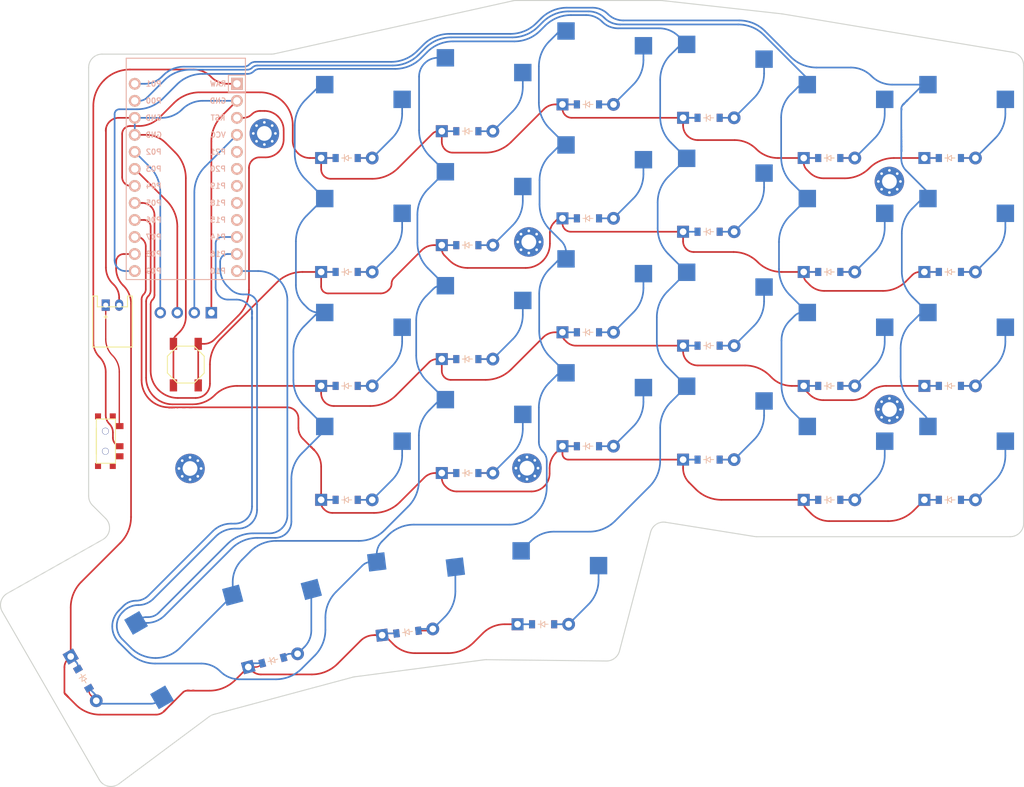
<source format=kicad_pcb>
(kicad_pcb (version 20221018) (generator pcbnew)
  (title_block (title "board") (rev "v1.0.0") (company "Unknown"))
  (layers (0 "F.Cu" signal) (31 "B.Cu" signal) (34 "B.Paste" user) (35 "F.Paste" user) (36 "B.SilkS" user "B.Silkscreen") (37 "F.SilkS" user "F.Silkscreen") (38 "B.Mask" user) (39 "F.Mask" user) (44 "Edge.Cuts" user))
  (net 0 "")
  (net 1 "P1")
  (net 2 "extra_one")
  (net 3 "extra_two")
  (net 4 "extra_three")
  (net 5 "extra_four")
  (net 6 "P0")
  (net 7 "pinky_one")
  (net 8 "pinky_two")
  (net 9 "pinky_three")
  (net 10 "pinky_four")
  (net 11 "P9")
  (net 12 "ring_one")
  (net 13 "ring_two")
  (net 14 "ring_three")
  (net 15 "ring_four")
  (net 16 "P14")
  (net 17 "middle_one")
  (net 18 "middle_two")
  (net 19 "middle_three")
  (net 20 "middle_four")
  (net 21 "P16")
  (net 22 "index_one")
  (net 23 "index_two")
  (net 24 "index_three")
  (net 25 "index_four")
  (net 26 "P10")
  (net 27 "far_one")
  (net 28 "far_two")
  (net 29 "far_three")
  (net 30 "far_four")
  (net 31 "inner_one")
  (net 32 "outer_one")
  (net 33 "space_one")
  (net 34 "P7")
  (net 35 "P6")
  (net 36 "P5")
  (net 37 "P4")
  (net 38 "P8")
  (net 39 "RAW")
  (net 40 "GND")
  (net 41 "RST")
  (net 42 "VCC")
  (net 43 "P21")
  (net 44 "P20")
  (net 45 "P19")
  (net 46 "P18")
  (net 47 "P15")
  (net 48 "P2")
  (net 49 "P3")
  (net 50 "bat-pos")
  (footprint "E73:SPDT_C128955" (layer "F.Cu") (at 104.6506 96.25 90)
    (fp_text reference "T1" hide)
    (fp_text value "" hide)
  )
  (footprint "E73:SW_TACT_ALPS_SKQGABE010" (layer "F.Cu") (at 116.6506 84.825 90)
    (fp_text reference "B1" hide)
    (fp_text value "" hide)
  )
  (footprint "PG1350" (layer "F.Cu") (at 176.6506 92)
    (fp_text reference "S13" hide)
    (fp_text value "" hide)
  )
  (footprint "PG1350" (layer "F.Cu") (at 158.6506 79)
    (fp_text reference "S18" hide)
    (fp_text value "" hide)
  )
  (footprint "ComboDiode" (layer "F.Cu") (at 158.6506 50)
    (fp_text reference "D20" hide)
    (fp_text value "" hide)
  )
  (footprint "ComboDiode" (layer "F.Cu") (at 176.6506 46)
    (fp_text reference "D16" hide)
    (fp_text value "" hide)
  )
  (footprint "PG1350" (layer "F.Cu") (at 212.6506 49)
    (fp_text reference "S8" hide)
    (fp_text value "" hide)
  )
  (footprint "PG1350" (layer "F.Cu") (at 140.6506 66)
    (fp_text reference "S23" hide)
    (fp_text value "" hide)
  )
  (footprint "PG1350" (layer "F.Cu") (at 212.6506 100)
    (fp_text reference "S5" hide)
    (fp_text value "" hide)
  )
  (footprint "PG1350" (layer "F.Cu") (at 128.349676 124.129018 15)
    (fp_text reference "S27" hide)
    (fp_text value "" hide)
  )
  (footprint "PG1350" (layer "F.Cu") (at 158.6506 45)
    (fp_text reference "S20" hide)
    (fp_text value "" hide)
  )
  (footprint "PG1350" (layer "F.Cu") (at 230.6506 66)
    (fp_text reference "S3" hide)
    (fp_text value "" hide)
  )
  (footprint "PG1350" (layer "F.Cu") (at 230.6506 100)
    (fp_text reference "S1" hide)
    (fp_text value "" hide)
  )
  (footprint "ComboDiode" (layer "F.Cu") (at 230.6506 54)
    (fp_text reference "D4" hide)
    (fp_text value "" hide)
  )
  (footprint "PG1350" (layer "F.Cu") (at 176.6506 58)
    (fp_text reference "S15" hide)
    (fp_text value "" hide)
  )
  (footprint "ComboDiode" (layer "F.Cu") (at 140.6506 71)
    (fp_text reference "D23" hide)
    (fp_text value "" hide)
  )
  (footprint "PG1350" (layer "F.Cu") (at 140.6506 49)
    (fp_text reference "S24" hide)
    (fp_text value "" hide)
  )
  (footprint "ComboDiode" (layer "F.Cu") (at 212.6506 105)
    (fp_text reference "D5" hide)
    (fp_text value "" hide)
  )
  (footprint "PG1350" (layer "F.Cu") (at 194.6506 77)
    (fp_text reference "S10" hide)
    (fp_text value "" hide)
  )
  (footprint "ComboDiode" (layer "F.Cu") (at 149.718629 124.728404 7)
    (fp_text reference "D26" hide)
    (fp_text value "" hide)
  )
  (footprint "ComboDiode" (layer "F.Cu") (at 101.380559 131.676403 -60)
    (fp_text reference "D28" hide)
    (fp_text value "" hide)
  )
  (footprint "lib:OLED_headers" (layer "F.Cu") (at 116.6506 77.075 90)
    (fp_text reference "OLED1" hide)
    (fp_text value "OLED")
  )
  (footprint "PG1350" (layer "F.Cu") (at 194.6506 43)
    (fp_text reference "S12" hide)
    (fp_text value "" hide)
  )
  (footprint "ComboDiode" (layer "F.Cu") (at 194.6506 48)
    (fp_text reference "D12" hide)
    (fp_text value "" hide)
  )
  (footprint "PG1350" (layer "F.Cu") (at 140.6506 100)
    (fp_text reference "S21" hide)
    (fp_text value "" hide)
  )
  (footprint "PG1350" (layer "F.Cu") (at 149.109282 119.765673 7)
    (fp_text reference "S26" hide)
    (fp_text value "" hide)
  )
  (footprint "ComboDiode" (layer "F.Cu") (at 158.6506 101)
    (fp_text reference "D17" hide)
    (fp_text value "" hide)
  )
  (footprint "PG1350" (layer "F.Cu") (at 140.6506 83)
    (fp_text reference "S22" hide)
    (fp_text value "" hide)
  )
  (footprint "PG1350" (layer "F.Cu") (at 169.955255 118.563426)
    (fp_text reference "S25" hide)
    (fp_text value "" hide)
  )
  (footprint "ComboDiode" (layer "F.Cu") (at 194.6506 99)
    (fp_text reference "D9" hide)
    (fp_text value "" hide)
  )
  (footprint "PG1350" (layer "F.Cu") (at 230.6506 83)
    (fp_text reference "S2" hide)
    (fp_text value "" hide)
  )
  (footprint "PG1350" (layer "F.Cu") (at 212.6506 83)
    (fp_text reference "S6" hide)
    (fp_text value "" hide)
  )
  (footprint "ComboDiode" (layer "F.Cu") (at 212.6506 88)
    (fp_text reference "D6" hide)
    (fp_text value "" hide)
  )
  (footprint "ComboDiode" (layer "F.Cu") (at 230.6506 105)
    (fp_text reference "D1" hide)
    (fp_text value "" hide)
  )
  (footprint "PG1350" (layer "F.Cu") (at 105.710686 129.176403 -60)
    (fp_text reference "S28" hide)
    (fp_text value "" hide)
  )
  (footprint "ComboDiode" (layer "F.Cu") (at 176.6506 63)
    (fp_text reference "D15" hide)
    (fp_text value "" hide)
  )
  (footprint "PG1350" (layer "F.Cu") (at 176.6506 41)
    (fp_text reference "S16" hide)
    (fp_text value "" hide)
  )
  (footprint "PG1350" (layer "F.Cu") (at 158.6506 96)
    (fp_text reference "S17" hide)
    (fp_text value "" hide)
  )
  (footprint "ComboDiode" (layer "F.Cu") (at 158.6506 67)
    (fp_text reference "D19" hide)
    (fp_text value "" hide)
  )
  (footprint "PG1350" (layer "F.Cu") (at 194.6506 60)
    (fp_text reference "S11" hide)
    (fp_text value "" hide)
  )
  (footprint "PG1350" (layer "F.Cu") (at 230.6506 49)
    (fp_text reference "S4" hide)
    (fp_text value "" hide)
  )
  (footprint "ComboDiode" (layer "F.Cu") (at 140.6506 54)
    (fp_text reference "D24" hide)
    (fp_text value "" hide)
  )
  (footprint "ComboDiode" (layer "F.Cu") (at 194.6506 82)
    (fp_text reference "D10" hide)
    (fp_text value "" hide)
  )
  (footprint "PG1350" (layer "F.Cu") (at 212.6506 66)
    (fp_text reference "S7" hide)
    (fp_text value "" hide)
  )
  (footprint "JST_PH_S2B-PH-K_02x2.00mm_Angled" (layer "F.Cu") (at 105.7006 75.95)
    (fp_text reference "JST1" hide)
    (fp_text value "" hide)
  )
  (footprint "ComboDiode" (layer "F.Cu") (at 140.6506 88)
    (fp_text reference "D22" hide)
    (fp_text value "" hide)
  )
  (footprint "ComboDiode" (layer "F.Cu") (at 129.643772 128.958647 15)
    (fp_text reference "D27" hide)
    (fp_text value "" hide)
  )
  (footprint "ComboDiode" (layer "F.Cu") (at 176.6506 97)
    (fp_text reference "D13" hide)
    (fp_text value "" hide)
  )
  (footprint "ComboDiode" (layer "F.Cu") (at 212.6506 54)
    (fp_text reference "D8" hide)
    (fp_text value "" hide)
  )
  (footprint "ComboDiode" (layer "F.Cu") (at 140.6506 105)
    (fp_text reference "D21" hide)
    (fp_text value "" hide)
  )
  (footprint "ComboDiode" (layer "F.Cu") (at 230.6506 88)
    (fp_text reference "D2" hide)
    (fp_text value "" hide)
  )
  (footprint "PG1350" (layer "F.Cu") (at 158.6506 62)
    (fp_text reference "S19" hide)
    (fp_text value "" hide)
  )
  (footprint "ComboDiode" (layer "F.Cu") (at 194.6506 65)
    (fp_text reference "D11" hide)
    (fp_text value "" hide)
  )
  (footprint "PG1350" (layer "F.Cu") (at 176.6506 75)
    (fp_text reference "S14" hide)
    (fp_text value "" hide)
  )
  (footprint "ComboDiode" (layer "F.Cu") (at 169.955255 123.563426)
    (fp_text reference "D25" hide)
    (fp_text value "" hide)
  )
  (footprint "ComboDiode" (layer "F.Cu") (at 176.6506 80)
    (fp_text reference "D14" hide)
    (fp_text value "" hide)
  )
  (footprint "ComboDiode" (layer "F.Cu") (at 158.6506 84)
    (fp_text reference "D18" hide)
    (fp_text value "" hide)
  )
  (footprint "ComboDiode" (layer "F.Cu") (at 212.6506 71)
    (fp_text reference "D7" hide)
    (fp_text value "" hide)
  )
  (footprint "PG1350" (layer "F.Cu") (at 194.6506 94)
    (fp_text reference "S9" hide)
    (fp_text value "" hide)
  )
  (footprint "ComboDiode" (layer "F.Cu") (at 230.6506 71)
    (fp_text reference "D3" hide)
    (fp_text value "" hide)
  )
  (footprint "MountingHole_2.2mm_M2_Pad_Via" (layer "B.Cu") (at 167.8256 66.525 180)
    (fp_text reference "_3" hide)
    (fp_text value "")
  )
  (footprint "MountingHole_2.2mm_M2_Pad_Via" (layer "B.Cu") (at 221.6256 91.525 180)
    (fp_text reference "_1" hide)
    (fp_text value "")
  )
  (footprint "MountingHole_2.2mm_M2_Pad_Via" (layer "B.Cu") (at 167.5506 100.275 180)
    (fp_text reference "_4" hide)
    (fp_text value "")
  )
  (footprint "MountingHole_2.2mm_M2_Pad_Via" (layer "B.Cu") (at 117.2756 100.325 180)
    (fp_text reference "_6" hide)
    (fp_text value "")
  )
  (footprint "MountingHole_2.2mm_M2_Pad_Via" (layer "B.Cu") (at 221.6256 57.5 180)
    (fp_text reference "_2" hide)
    (fp_text value "")
  )
  (footprint "MountingHole_2.2mm_M2_Pad_Via" (layer "B.Cu") (at 128.367326 50.333274 180)
    (fp_text reference "_5" hide)
    (fp_text value "")
  )
  (footprint "ProMicro" (layer "B.Cu") (at 116.6506 56.895 -90)
    (fp_text reference "MCU1" hide)
    (fp_text value "" hide)
  )
  (gr_arc (start 120.135032 137.346899) (mid 120.457917 137.150931) (end 120.811887 137.019162) (stroke (width 0.15)) (layer "Edge.Cuts"))
  (gr_arc (start 106.670148 147.373433) (mid 105.071327 147.728021) (end 103.743603 146.769317) (stroke (width 0.15)) (layer "Edge.Cuts"))
  (gr_line (start 129.864917 38.452374) (end 165.436283 30.547626) (stroke (width 0.15)) (layer "Edge.Cuts"))
  (gr_arc (start 205.59643 32.493981) (mid 205.6505 32.500736) (end 205.704365 32.508961) (stroke (width 0.15)) (layer "Edge.Cuts"))
  (gr_line (start 104.1506 38.5) (end 129.431056 38.5) (stroke (width 0.15)) (layer "Edge.Cuts"))
  (gr_line (start 241.6506 40.194254) (end 241.6506 108.5) (stroke (width 0.15)) (layer "Edge.Cuts"))
  (gr_arc (start 185.995521 109.818774) (mid 186.837859 108.650187) (end 188.246919 108.350719) (stroke (width 0.15)) (layer "Edge.Cuts"))
  (gr_line (start 104.683708 107.773692) (end 102.739022 105.836235) (stroke (width 0.15)) (layer "Edge.Cuts"))
  (gr_line (start 165.870144 30.5) (end 187.539829 30.5) (stroke (width 0.15)) (layer "Edge.Cuts"))
  (gr_arc (start 102.1506 40.5) (mid 102.736386 39.085786) (end 104.1506 38.5) (stroke (width 0.15)) (layer "Edge.Cuts"))
  (gr_arc (start 102.739022 105.836235) (mid 102.303554 105.186477) (end 102.150599 104.41939) (stroke (width 0.15)) (layer "Edge.Cuts"))
  (gr_arc (start 181.350828 127.553057) (mid 180.629338 128.636311) (end 179.394039 129.046217) (stroke (width 0.15)) (layer "Edge.Cuts"))
  (gr_arc (start 141.565602 131.458221) (mid 141.6933 131.428454) (end 141.822675 131.407119) (stroke (width 0.15)) (layer "Edge.Cuts"))
  (gr_line (start 201.493277 110.474773) (end 188.24692 108.350719) (stroke (width 0.15)) (layer "Edge.Cuts"))
  (gr_arc (start 239.979398 38.221466) (mid 241.17664 38.901504) (end 241.6506 40.194254) (stroke (width 0.15)) (layer "Edge.Cuts"))
  (gr_line (start 161.166214 128.865333) (end 141.822675 131.407119) (stroke (width 0.15)) (layer "Edge.Cuts"))
  (gr_arc (start 165.436283 30.547626) (mid 165.65191 30.511942) (end 165.870144 30.5) (stroke (width 0.15)) (layer "Edge.Cuts"))
  (gr_arc (start 187.539829 30.5) (mid 187.65043 30.50306) (end 187.760692 30.512233) (stroke (width 0.15)) (layer "Edge.Cuts"))
  (gr_arc (start 201.809932 110.5) (mid 201.651103 110.493683) (end 201.493277 110.474773) (stroke (width 0.15)) (layer "Edge.Cuts"))
  (gr_line (start 103.743604 146.769317) (end 89.26795 121.69675) (stroke (width 0.15)) (layer "Edge.Cuts"))
  (gr_line (start 179.394039 129.046216) (end 161.448823 128.848409) (stroke (width 0.15)) (layer "Edge.Cuts"))
  (gr_line (start 205.704365 32.508961) (end 239.979398 38.221466) (stroke (width 0.15)) (layer "Edge.Cuts"))
  (gr_line (start 141.565602 131.458221) (end 120.811888 137.019162) (stroke (width 0.15)) (layer "Edge.Cuts"))
  (gr_line (start 239.6506 110.5) (end 201.809932 110.5) (stroke (width 0.15)) (layer "Edge.Cuts"))
  (gr_line (start 120.135032 137.346899) (end 106.670148 147.373433) (stroke (width 0.15)) (layer "Edge.Cuts"))
  (gr_line (start 90.0182 118.954318) (end 104.253931 110.932968) (stroke (width 0.15)) (layer "Edge.Cuts"))
  (gr_arc (start 161.166214 128.865333) (mid 161.307219 128.851864) (end 161.448823 128.848408) (stroke (width 0.15)) (layer "Edge.Cuts"))
  (gr_arc (start 241.6506 108.5) (mid 241.064814 109.914214) (end 239.6506 110.5) (stroke (width 0.15)) (layer "Edge.Cuts"))
  (gr_arc (start 104.683708 107.773692) (mid 105.253877 109.460126) (end 104.25393 110.932967) (stroke (width 0.15)) (layer "Edge.Cuts"))
  (gr_arc (start 129.864917 38.452374) (mid 129.64929 38.488058) (end 129.431056 38.5) (stroke (width 0.15)) (layer "Edge.Cuts"))
  (gr_line (start 102.1506 104.41939) (end 102.1506 40.5) (stroke (width 0.15)) (layer "Edge.Cuts"))
  (gr_arc (start 89.26795 121.69675) (mid 89.070887 120.169) (end 90.0182 118.954318) (stroke (width 0.15)) (layer "Edge.Cuts"))
  (gr_line (start 185.995521 109.818774) (end 181.350828 127.553057) (stroke (width 0.15)) (layer "Edge.Cuts"))
  (gr_line (start 187.760692 30.512232) (end 205.59643 32.493981) (stroke (width 0.15)) (layer "Edge.Cuts"))
  (segment (start 223.4 52.766014) (end 223.4 52.786326) (width 0.25) (layer "B.Cu") (net 1))
  (segment (start 223.4 53.02119) (end 223.4 53.01865) (width 0.25) (layer "B.Cu") (net 1))
  (segment (start 223.4 46.707793) (end 223.4 46.714574) (width 0.25) (layer "B.Cu") (net 1))
  (segment (start 223.4 52.970408) (end 223.4 52.972948) (width 0.25) (layer "B.Cu") (net 1))
  (segment (start 223.702731 45.997262) (end 223.691013 46.008981) (width 0.25) (layer "B.Cu") (net 1))
  (segment (start 223.4 52.83076) (end 223.4 52.833299) (width 0.25) (layer "B.Cu") (net 1))
  (segment (start 223.4 52.258201) (end 223.4 52.268358) (width 0.25) (layer "B.Cu") (net 1))
  (segment (start 224.337497 45.362496) (end 224.306246 45.393747) (width 0.25) (layer "B.Cu") (net 1))
  (segment (start 223.4 52.83076) (end 223.4 52.826952) (width 0.25) (layer "B.Cu") (net 1))
  (segment (start 223.4 52.31914) (end 223.4 52.329296) (width 0.25) (layer "B.Cu") (net 1))
  (segment (start 223.4 51.496484) (end 223.4 51.50664) (width 0.25) (layer "B.Cu") (net 1))
  (segment (start 223.4 52.645409) (end 223.4 52.647948) (width 0.25) (layer "B.Cu") (net 1))
  (segment (start 223.4 51.50664) (end 223.4 51.516796) (width 0.25) (layer "B.Cu") (net 1))
  (segment (start 224.243744 45.456249) (end 224.235933 45.46406) (width 0.25) (layer "B.Cu") (net 1))
  (segment (start 223.4 52.950095) (end 223.4 52.96279) (width 0.25) (layer "B.Cu") (net 1))
  (segment (start 223.4 52.42451) (end 223.4 52.400389) (width 0.25) (layer "B.Cu") (net 1))
  (segment (start 223.4 52.56289) (end 223.4 52.618749) (width 0.25) (layer "B.Cu") (net 1))
  (segment (start 223.4 52.15156) (end 223.4 52.192185) (width 0.25) (layer "B.Cu") (net 1))
  (segment (start 223.4 46.658638) (end 223.4 46.660333) (width 0.25) (layer "B.Cu") (net 1))
  (segment (start 113.08368 41.866319) (end 113.299999 41.649999) (width 0.25) (layer "B.Cu") (net 1))
  (segment (start 223.4 52.278515) (end 223.4 52.288671) (width 0.25) (layer "B.Cu") (net 1))
  (segment (start 224.368748 45.331245) (end 226.393461 43.306538) (width 0.25) (layer "B.Cu") (net 1))
  (segment (start 223.4 46.701012) (end 223.4 46.687453) (width 0.25) (layer "B.Cu") (net 1))
  (segment (start 203.068792 35.068792) (end 206.906207 38.906207) (width 0.25) (layer "B.Cu") (net 1))
  (segment (start 224.11875 55.86875) (end 227.048775 58.798775) (width 0.25) (layer "B.Cu") (net 1))
  (segment (start 223.4 52.868845) (end 223.4 52.88281) (width 0.25) (layer "B.Cu") (net 1))
  (segment (start 223.4 52.42451) (end 223.4 52.42705) (width 0.25) (layer "B.Cu") (net 1))
  (segment (start 223.655859 46.044139) (end 223.657812 46.042186) (width 0.25) (layer "B.Cu") (net 1))
  (segment (start 223.712497 45.987497) (end 223.702731 45.997262) (width 0.25) (layer "B.Cu") (net 1))
  (segment (start 223.689059 46.010934) (end 223.691013 46.008981) (width 0.25) (layer "B.Cu") (net 1))
  (segment (start 223.4 52.970408) (end 223.4 52.96279) (width 0.25) (layer "B.Cu") (net 1))
  (segment (start 224.265229 45.434764) (end 224.25351 45.446483) (width 0.25) (layer "B.Cu") (net 1))
  (segment (start 169.656206 33.168792) (end 168.943792 33.881207) (width 0.25) (layer "B.Cu") (net 1))
  (segment (start 226.969225 92.494225) (end 224.893792 90.418792) (width 0.25) (layer "B.Cu") (net 1))
  (segment (start 116.378122 40.375) (end 125.287347 40.375) (width 0.25) (layer "B.Cu") (net 1))
  (segment (start 223.4 52.51211) (end 223.4 52.56289) (width 0.25) (layer "B.Cu") (net 1))
  (segment (start 223.4 50.857909) (end 223.4 50.860448) (width 0.25) (layer "B.Cu") (net 1))
  (segment (start 223.907813 45.792178) (end 223.860936 45.839055) (width 0.25) (layer "B.Cu") (net 1))
  (segment (start 223.4 46.801025) (end 223.4 46.831537) (width 0.25) (layer "B.Cu") (net 1))
  (segment (start 223.655859 46.044139) (end 223.651953 46.048046) (width 0.25) (layer "B.Cu") (net 1))
  (segment (start 223.4 46.680673) (end 223.4 46.687453) (width 0.25) (layer "B.Cu") (net 1))
  (segment (start 223.907813 45.792178) (end 224.142183 45.557808) (width 0.25) (layer "B.Cu") (net 1))
  (segment (start 223.4 52.979296) (end 223.4 52.989452) (width 0.25) (layer "B.Cu") (net 1))
  (segment (start 223.4 52.349608) (end 223.4 52.400389) (width 0.25) (layer "B.Cu") (net 1))
  (segment (start 223.4 52.288671) (end 223.4 52.308984) (width 0.25) (layer "B.Cu") (net 1))
  (segment (start 223.4 50.53164) (end 223.4 50.749999) (width 0.25) (layer "B.Cu") (net 1))
  (segment (start 223.4 52.42705) (end 223.4 52.42959) (width 0.25) (layer "B.Cu") (net 1))
  (segment (start 223.860936 45.839055) (end 223.847264 45.852728) (width 0.25) (layer "B.Cu") (net 1))
  (segment (start 223.4 46.856963) (end 223.4 46.938328) (width 0.25) (layer "B.Cu") (net 1))
  (segment (start 223.4 52.786326) (end 223.4 52.796483) (width 0.25) (layer "B.Cu") (net 1))
  (segment (start 223.4 51.90781) (end 223.4 51.897654) (width 0.25) (layer "B.Cu") (net 1))
  (segment (start 223.4 52.45625) (end 223.4 52.42959) (width 0.25) (layer "B.Cu") (net 1))
  (segment (start 223.4 52.833299) (end 223.4 52.835838) (width 0.25) (layer "B.Cu") (net 1))
  (segment (start 224.228122 45.471871) (end 224.222262 45.477731) (width 0.25) (layer "B.Cu") (net 1))
  (segment (start 223.4 51.596776) (end 223.4 51.623436) (width 0.25) (layer "B.Cu") (net 1))
  (segment (start 223.4 51.553612) (end 223.4 51.596776) (width 0.25) (layer "B.Cu") (net 1))
  (segment (start 223.475 65.256675) (end 223.475 70.895436) (width 0.25) (layer "B.Cu") (net 1))
  (segment (start 223.4 50.968358) (end 223.4 51.181639) (width 0.25) (layer "B.Cu") (net 1))
  (segment (start 223.4 52.244235) (end 223.4 52.248044) (width 0.25) (layer "B.Cu") (net 1))
  (segment (start 223.4 52.029685) (end 223.4 52.07031) (width 0.25) (layer "B.Cu") (net 1))
  (segment (start 223.4 51.71992) (end 223.4 51.745311) (width 0.25) (layer "B.Cu") (net 1))
  (segment (start 223.4 52.110935) (end 223.4 52.15156) (width 0.25) (layer "B.Cu") (net 1))
  (segment (start 223.4 51.85703) (end 223.4 51.826561) (width 0.25) (layer "B.Cu") (net 1))
  (segment (start 223.4 51.31367) (end 223.4 51.364451) (width 0.25) (layer "B.Cu") (net 1))
  (segment (start 199.221036 33.475) (end 181.918502 33.475) (width 0.25) (layer "B.Cu") (net 1))
  (segment (start 223.821872 45.878119) (end 223.827732 45.87226) (width 0.25) (layer "B.Cu") (net 1))
  (segment (start 223.4 50.246777) (end 223.4 50.509472) (width 0.25) (layer "B.Cu") (net 1))
  (segment (start 173.503963 31.575) (end 177.331497 31.575) (width 0.25) (layer "B.Cu") (net 1))
  (segment (start 223.4 51.496484) (end 223.4 51.476171) (width 0.25) (layer "B.Cu") (net 1))
  (segment (start 223.4 52.9374) (end 223.4 52.950095) (width 0.25) (layer "B.Cu") (net 1))
  (segment (start 223.4 51.85703) (end 223.4 51.877342) (width 0.25) (layer "B.Cu") (net 1))
  (segment (start 223.4 46.701012) (end 223.4 46.707793) (width 0.25) (layer "B.Cu") (net 1))
  (segment (start 223.4 46.673893) (end 223.4 46.680673) (width 0.25) (layer "B.Cu") (net 1))
  (segment (start 224.306246 45.393747) (end 224.274995 45.424998) (width 0.25) (layer "B.Cu") (net 1))
  (segment (start 223.4 52.241697) (end 223.4 52.244235) (width 0.25) (layer "B.Cu") (net 1))
  (segment (start 223.4 52.45625) (end 223.4 52.51211) (width 0.25) (layer "B.Cu") (net 1))
  (segment (start 225 61.575) (end 226.224267 60.350732) (width 0.25) (layer "B.Cu") (net 1))
  (segment (start 223.4 52.192185) (end 223.4 52.20615) (width 0.25) (layer "B.Cu") (net 1))
  (segment (start 165.096036 35.475) (end 155.978963 35.475) (width 0.25) (layer "B.Cu") (net 1))
  (segment (start 223.4 46.831537) (end 223.4 46.856963) (width 0.25) (layer "B.Cu") (net 1))
  (segment (start 223.4 52.20615) (end 223.4 52.218846) (width 0.25) (layer "B.Cu") (net 1))
  (segment (start 223.4 46.714574) (end 223.4 46.721355) (width 0.25) (layer "B.Cu") (net 1))
  (segment (start 223.4 52.85615) (end 223.4 52.868845) (width 0.25) (layer "B.Cu") (net 1))
  (segment (start 223.4 53.013572) (end 223.4 53.016111) (width 0.25) (layer "B.Cu") (net 1))
  (segment (start 223.4 51.623436) (end 223.4 51.71992) (width 0.25) (layer "B.Cu") (net 1))
  (segment (start 224.189058 45.510933) (end 224.142183 45.557808) (width 0.25) (layer "B.Cu") (net 1))
  (segment (start 223.4 53.02373) (end 223.4 53.025) (width 0.25) (layer "B.Cu") (net 1))
  (segment (start 223.4 51.181639) (end 223.4 51.262889) (width 0.25) (layer "B.Cu") (net 1))
  (segment (start 223.4 52.618749) (end 223.4 52.645409) (width 0.25) (layer "B.Cu") (net 1))
  (segment (start 223.4 50.857909) (end 223.4 50.749999) (width 0.25) (layer "B.Cu") (net 1))
  (segment (start 151.143792 38.056207) (end 152.131206 37.068792) (width 0.25) (layer "B.Cu") (net 1))
  (segment (start 223.665623 46.034373) (end 223.657812 46.042186) (width 0.25) (layer "B.Cu") (net 1))
  (segment (start 223.4 46.655248) (end 223.4 46.658638) (width 0.25) (layer "B.Cu") (net 1))
  (segment (start 223.4 51.262889) (end 223.4 51.31367) (width 0.25) (layer "B.Cu") (net 1))
  (segment (start 223.4 52.755858) (end 223.4 52.766014) (width 0.25) (layer "B.Cu") (net 1))
  (segment (start 223.4 52.80664) (end 223.4 52.816796) (width 0.25) (layer "B.Cu") (net 1))
  (segment (start 223.4 51.98906) (end 223.4 52.029685) (width 0.25) (layer "B.Cu") (net 1))
  (segment (start 223.4 52.239159) (end 223.4 52.241697) (width 0.25) (layer "B.Cu") (net 1))
  (segment (start 223.4 52.923435) (end 223.4 52.9374) (width 0.25) (layer "B.Cu") (net 1))
  (segment (start 223.4 51.364451) (end 223.4 51.425389) (width 0.25) (layer "B.Cu") (net 1))
  (segment (start 223.4 53.013572) (end 223.4 53.009764) (width 0.25) (layer "B.Cu") (net 1))
  (segment (start 223.4 52.975488) (end 223.4 52.979296) (width 0.25) (layer "B.Cu") (net 1))
  (segment (start 225.068792 74.743192) (end 227.039512 76.713912) (width 0.25) (layer "B.Cu") (net 1))
  (segment (start 223.681248 46.018747) (end 223.673435 46.02656) (width 0.25) (layer "B.Cu") (net 1))
  (segment (start 223.4 52.796483) (end 223.4 52.80664) (width 0.25) (layer "B.Cu") (net 1))
  (segment (start 223.4 52.745702) (end 223.4 52.725389) (width 0.25) (layer "B.Cu") (net 1))
  (segment (start 147.296036 39.65) (end 127.037652 39.65) (width 0.25) (layer "B.Cu") (net 1))
  (segment (start 223.4 46.660333) (end 223.4 46.667113) (width 0.25) (layer "B.Cu") (net 1))
  (segment (start 223.847264 45.852728) (end 223.827732 45.87226) (width 0.25) (layer "B.Cu") (net 1))
  (segment (start 223.4 51.948435) (end 223.4 51.98906) (width 0.25) (layer "B.Cu") (net 1))
  (segment (start 223.806246 45.893745) (end 223.798432 45.901558) (width 0.25) (layer "B.Cu") (net 1))
  (segment (start 223.79648 45.903511) (end 223.784761 45.91523) (width 0.25) (layer "B.Cu") (net 1))
  (segment (start 223.4 51.526952) (end 223.4 51.537108) (width 0.25) (layer "B.Cu") (net 1))
  (segment (start 223.4 52.999608) (end 223.4 53.009764) (width 0.25) (layer "B.Cu") (net 1))
  (segment (start 224.368748 45.331245) (end 224.337497 45.362496) (width 0.25) (layer "B.Cu") (net 1))
  (segment (start 223.4 52.07031) (end 223.4 52.110935) (width 0.25) (layer "B.Cu") (net 1))
  (segment (start 223.4 46.755257) (end 223.4 46.775598) (width 0.25) (layer "B.Cu") (net 1))
  (segment (start 223.689059 46.010934) (end 223.681248 46.018747) (width 0.25) (layer "B.Cu") (net 1))
  (segment (start 223.4 50.860448) (end 223.4 50.862987) (width 0.25) (layer "B.Cu") (net 1))
  (segment (start 223.4 51.877342) (end 223.4 51.897654) (width 0.25) (layer "B.Cu") (net 1))
  (segment (start 223.4 46.734916) (end 223.4 46.755257) (width 0.25) (layer "B.Cu") (net 1))
  (segment (start 223.784761 45.91523) (end 223.774996 45.924996) (width 0.25) (layer "B.Cu") (net 1))
  (segment (start 110.5278 42.925) (end 109.0306 42.925) (width 0.25) (layer "B.Cu") (net 1))
  (segment (start 223.4 52.650487) (end 223.4 52.674608) (width 0.25) (layer "B.Cu") (net 1))
  (segment (start 223.4 52.308984) (end 223.4 52.31914) (width 0.25) (layer "B.Cu") (net 1))
  (segment (start 223.65 46.05) (end 223.651953 46.048046) (width 0.25) (layer "B.Cu") (net 1))
  (segment (start 223.4 51.745311) (end 223.4 51.826561) (width 0.25) (layer "B.Cu") (net 1))
  (segment (start 223.4 51.537108) (end 223.4 51.553612) (width 0.25) (layer "B.Cu") (net 1))
  (segment (start 223.4 52.674608) (end 223.4 52.725389) (width 0.25) (layer "B.Cu") (net 1))
  (segment (start 223.4 50.246777) (end 223.4 49.821875) (width 0.25) (layer "B.Cu") (net 1))
  (segment (start 223.4 46.734916) (end 223.4 46.721355) (width 0.25) (layer "B.Cu") (net 1))
  (segment (start 223.4 46.801025) (end 223.4 46.795939) (width 0.25) (layer "B.Cu") (net 1))
  (segment (start 222.028122 43.05) (end 227.0128 43.05) (width 0.25) (layer "B.Cu") (net 1))
  (segment (start 223.4 46.653553) (end 223.4 46.655248) (width 0.25) (layer "B.Cu") (net 1))
  (segment (start 223.4 52.218846) (end 223.4 52.231542) (width 0.25) (layer "B.Cu") (net 1))
  (segment (start 223.4 53.016111) (end 223.4 53.01865) (width 0.25) (layer "B.Cu") (net 1))
  (segment (start 223.4 51.90781) (end 223.4 51.948435) (width 0.25) (layer "B.Cu") (net 1))
  (segment (start 223.4 52.88281) (end 223.4 52.923435) (width 0.25) (layer "B.Cu") (net 1))
  (segment (start 223.4 50.968358) (end 223.4 50.862987) (width 0.25) (layer "B.Cu") (net 1))
  (segment (start 223.798432 45.901558) (end 223.79648 45.903511) (width 0.25) (layer "B.Cu") (net 1))
  (segment (start 223.4 52.329296) (end 223.4 52.349608) (width 0.25) (layer "B.Cu") (net 1))
  (segment (start 223.4 52.989452) (end 223.4 52.999608) (width 0.25) (layer "B.Cu") (net 1))
  (segment (start 223.4 46.667113) (end 223.4 46.673893) (width 0.25) (layer "B.Cu") (net 1))
  (segment (start 223.3 82.384708) (end 223.3 86.571036) (width 0.25) (layer "B.Cu") (net 1))
  (segment (start 224.8625 78.6125) (end 226.088912 77.386087) (width 0.25) (layer "B.Cu") (net 1))
  (segment (start 223.673435 46.02656) (end 223.665623 46.034373) (width 0.25) (layer "B.Cu") (net 1))
  (segment (start 224.251555 45.448437) (end 224.243744 45.456249) (width 0.25) (layer "B.Cu") (net 1))
  (segment (start 210.753963 40.5) (end 215.871877 40.5) (width 0.25) (layer "B.Cu") (net 1))
  (segment (start 223.4 52.647948) (end 223.4 52.650487) (width 0.25) (layer "B.Cu") (net 1))
  (segment (start 223.4 51.425389) (end 223.4 51.476171) (width 0.25) (layer "B.Cu") (net 1))
  (segment (start 223.774996 45.924996) (end 223.743747 45.956247) (width 0.25) (layer "B.Cu") (net 1))
  (segment (start 224.274995 45.424998) (end 224.265229 45.434764) (width 0.25) (layer "B.Cu") (net 1))
  (segment (start 223.821872 45.878119) (end 223.814059 45.885932) (width 0.25) (layer "B.Cu") (net 1))
  (segment (start 223.4 52.248044) (end 223.4 52.258201) (width 0.25) (layer "B.Cu") (net 1))
  (segment (start 224.222262 45.477731) (end 224.20273 45.497262) (width 0.25) (layer "B.Cu") (net 1))
  (segment (start 223.4 52.843455) (end 223.4 52.835838) (width 0.25) (layer "B.Cu") (net 1))
  (segment (start 223.743747 45.956247) (end 223.712497 45.987497) (width 0.25) (layer "B.Cu") (net 1))
  (segment (start 223.4 52.972948) (end 223.4 52.975488) (width 0.25) (layer "B.Cu") (net 1))
  (segment (start 223.4 52.268358) (end 223.4 52.278515) (width 0.25) (layer "B.Cu") (net 1))
  (segment (start 223.4 52.231542) (end 223.4 52.239159) (width 0.25) (layer "B.Cu") (net 1))
  (segment (start 223.4 46.775598) (end 223.4 46.795939) (width 0.25) (layer "B.Cu") (net 1))
  (segment (start 224.251555 45.448437) (end 224.25351 45.446483) (width 0.25) (layer "B.Cu") (net 1))
  (segment (start 223.814059 45.885932) (end 223.806246 45.893745) (width 0.25) (layer "B.Cu") (net 1))
  (segment (start 223.4 54.133534) (end 223.4 49.821875) (width 0.25) (layer "B.Cu") (net 1))
  (segment (start 223.4 52.843455) (end 223.4 52.85615) (width 0.25) (layer "B.Cu") (net 1))
  (segment (start 224.189058 45.510933) (end 224.20273 45.497262) (width 0.25) (layer "B.Cu") (net 1))
  (segment (start 223.4 51.516796) (end 223.4 51.526952) (width 0.25) (layer "B.Cu") (net 1))
  (segment (start 223.4 53.02119) (end 223.4 53.02373) (width 0.25) (layer "B.Cu") (net 1))
  (segment (start 223.4 52.816796) (end 223.4 52.826952) (width 0.25) (layer "B.Cu") (net 1))
  (segment (start 223.4 52.745702) (end 223.4 52.755858) (width 0.25) (layer "B.Cu") (net 1))
  (segment (start 223.4 50.53164) (end 223.4 50.509472) (width 0.25) (layer "B.Cu") (net 1))
  (segment (start 224.235933 45.46406) (end 224.228122 45.471871) (width 0.25) (layer "B.Cu") (net 1))
  (segment (start 223.4 46.938328) (end 223.4 49.821875) (width 0.25) (layer "B.Cu") (net 1))
  (arc (start 181.918502 33.475) (mid 180.677267 33.228103) (end 179.625 32.525) (width 0.25) (layer "B.Cu") (net 1))
  (arc (start 218.95 41.775) (mid 217.537745 40.831361) (end 215.871877 40.5) (width 0.25) (layer "B.Cu") (net 1))
  (arc (start 203.068792 35.068792) (mid 201.303426 33.889213) (end 199.221036 33.475) (width 0.25) (layer "B.Cu") (net 1))
  (arc (start 224.8625 78.6125) (mid 223.70608 80.343203) (end 223.3 82.384708) (width 0.25) (layer "B.Cu") (net 1))
  (arc (start 206.906207 38.906207) (mid 208.671572 40.085786) (end 210.753963 40.5) (width 0.25) (layer "B.Cu") (net 1))
  (arc (start 218.95 41.775) (mid 220.362254 42.718638) (end 222.028122 43.05) (width 0.25) (layer "B.Cu") (net 1))
  (arc (start 224.11875 55.86875) (mid 223.586797 55.072626) (end 223.4 54.133534) (width 0.25) (layer "B.Cu") (net 1))
  (arc (start 168.943792 33.881207) (mid 167.178426 35.060786) (end 165.096036 35.475) (width 0.25) (layer "B.Cu") (net 1))
  (arc (start 223.65 46.05) (mid 223.464972 46.326912) (end 223.4 46.653553) (width 0.25) (layer "B.Cu") (net 1))
  (arc (start 116.378122 40.375) (mid 114.712254 40.706361) (end 113.299999 41.649999) (width 0.25) (layer "B.Cu") (net 1))
  (arc (start 177.331497 31.575) (mid 178.572731 31.821896) (end 179.625 32.525) (width 0.25) (layer "B.Cu") (net 1))
  (arc (start 224.893792 90.418792) (mid 223.714213 88.653426) (end 223.3 86.571036) (width 0.25) (layer "B.Cu") (net 1))
  (arc (start 227.048775 58.798775) (mid 227.29066 59.160782) (end 227.3756 59.5878) (width 0.25) (layer "B.Cu") (net 1))
  (arc (start 226.969225 92.494225) (mid 227.269986 92.944346) (end 227.3756 93.4753) (width 0.25) (layer "B.Cu") (net 1))
  (arc (start 226.088912 77.386087) (mid 226.46118 77.137346) (end 226.9003 77.05) (width 0.25) (layer "B.Cu") (net 1))
  (arc (start 113.08368 41.866319) (mid 111.911032 42.649857) (end 110.5278 42.925) (width 0.25) (layer "B.Cu") (net 1))
  (arc (start 225.068792 74.743192) (mid 223.889213 72.977826) (end 223.475 70.895436) (width 0.25) (layer "B.Cu") (net 1))
  (arc (start 223.475 65.256675) (mid 223.871334 63.264166) (end 225 61.575) (width 0.25) (layer "B.Cu") (net 1))
  (arc (start 125.287347 40.375) (mid 125.760976 40.280789) (end 126.1625 40.0125) (width 0.25) (layer "B.Cu") (net 1))
  (arc (start 169.656206 33.168792) (mid 171.421572 31.989213) (end 173.503963 31.575) (width 0.25) (layer "B.Cu") (net 1))
  (arc (start 127.037652 39.65) (mid 126.564023 39.74421) (end 126.1625 40.0125) (width 0.25) (layer "B.Cu") (net 1))
  (arc (start 155.978963 35.475) (mid 153.896572 35.889213) (end 152.131206 37.068792) (width 0.25) (layer "B.Cu") (net 1))
  (arc (start 147.296036 39.65) (mid 149.378426 39.235786) (end 151.143792 38.056207) (width 0.25) (layer "B.Cu") (net 1))
  (segment (start 232.3006 105) (end 234.4606 105) (width 0.2) (layer "F.Cu") (net 2))
  (segment (start 237.410623 102.049976) (end 234.4606 105) (width 0.25) (layer "B.Cu") (net 2))
  (segment (start 234.4606 105) (end 232.3006 105) (width 0.25) (layer "B.Cu") (net 2))
  (segment (start 238.9256 98.3925) (end 238.9256 96.25) (width 0.25) (layer "B.Cu") (net 2))
  (arc (start 237.410623 102.049976) (mid 238.53187 100.371911) (end 238.9256 98.3925) (width 0.25) (layer "B.Cu") (net 2))
  (segment (start 232.3006 88) (end 234.4606 88) (width 0.2) (layer "F.Cu") (net 3))
  (segment (start 234.4606 88) (end 232.3006 88) (width 0.25) (layer "B.Cu") (net 3))
  (segment (start 238.9256 81.3925) (end 238.9256 79.25) (width 0.25) (layer "B.Cu") (net 3))
  (segment (start 237.410623 85.049976) (end 234.4606 88) (width 0.25) (layer "B.Cu") (net 3))
  (arc (start 237.410623 85.049976) (mid 238.53187 83.371911) (end 238.9256 81.3925) (width 0.25) (layer "B.Cu") (net 3))
  (segment (start 232.3006 71) (end 234.4606 71) (width 0.2) (layer "F.Cu") (net 4))
  (segment (start 238.9256 64.3925) (end 238.9256 62.25) (width 0.25) (layer "B.Cu") (net 4))
  (segment (start 234.4606 71) (end 232.3006 71) (width 0.25) (layer "B.Cu") (net 4))
  (segment (start 234.4606 71) (end 237.410623 68.049976) (width 0.25) (layer "B.Cu") (net 4))
  (arc (start 238.9256 64.3925) (mid 238.53187 66.371911) (end 237.410623 68.049976) (width 0.25) (layer "B.Cu") (net 4))
  (segment (start 232.3006 54) (end 234.4606 54) (width 0.2) (layer "F.Cu") (net 5))
  (segment (start 234.4606 54) (end 232.3006 54) (width 0.25) (layer "B.Cu") (net 5))
  (segment (start 238.9256 47.3925) (end 238.9256 45.25) (width 0.25) (layer "B.Cu") (net 5))
  (segment (start 234.4606 54) (end 237.410623 51.049976) (width 0.25) (layer "B.Cu") (net 5))
  (arc (start 237.410623 51.049976) (mid 238.53187 49.371911) (end 238.9256 47.3925) (width 0.25) (layer "B.Cu") (net 5))
  (segment (start 165.371036 36) (end 156.228963 36) (width 0.25) (layer "B.Cu") (net 6))
  (segment (start 207.068792 57.743192) (end 209.3756 60.05) (width 0.25) (layer "B.Cu") (net 6))
  (segment (start 205.525 87.945436) (end 205.525 81.232411) (width 0.25) (layer "B.Cu") (net 6))
  (segment (start 205.475 47.957931) (end 205.475 53.895436) (width 0.25) (layer "B.Cu") (net 6))
  (segment (start 127.316941 40.2) (end 147.521036 40.2) (width 0.25) (layer "B.Cu") (net 6))
  (segment (start 205.15 66.529563) (end 205.15 70.570436) (width 0.25) (layer "B.Cu") (net 6))
  (segment (start 207.118792 91.793192) (end 209.3756 94.05) (width 0.25) (layer "B.Cu") (net 6))
  (segment (start 173.753963 32.125) (end 176.746141 32.125) (width 0.25) (layer "B.Cu") (net 6))
  (segment (start 117.278963 40.825) (end 125.808058 40.825) (width 0.25) (layer "B.Cu") (net 6))
  (segment (start 206.749999 78.274999) (end 207.479813 77.545186) (width 0.25) (layer "B.Cu") (net 6))
  (segment (start 206.743792 74.418192) (end 208.880413 76.554813) (width 0.25) (layer "B.Cu") (net 6))
  (segment (start 206.9125 44.4875) (end 207.987395 43.412604) (width 0.25) (layer "B.Cu") (net 6))
  (segment (start 110.863852 44.986147) (end 113.431206 42.418792) (width 0.25) (layer "B.Cu") (net 6))
  (segment (start 199.071036 34.075) (end 181.453858 34.075) (width 0.25) (layer "B.Cu") (net 6))
  (segment (start 209.048775 41.798775) (end 202.918792 35.668792) (width 0.25) (layer "B.Cu") (net 6))
  (segment (start 152.381207 37.593792) (end 151.368792 38.606206) (width 0.25) (layer "B.Cu") (net 6))
  (segment (start 206.743792 62.681807) (end 209.3756 60.05) (width 0.25) (layer "B.Cu") (net 6))
  (segment (start 169.218792 34.406206) (end 169.906207 33.718792) (width 0.25) (layer "B.Cu") (net 6))
  (arc (start 207.987395 43.412604) (mid 208.389034 43.144237) (end 208.8628 43.05) (width 0.25) (layer "B.Cu") (net 6))
  (arc (start 126.5625 40.5125) (mid 126.216359 40.743783) (end 125.808058 40.825) (width 0.25) (layer "B.Cu") (net 6))
  (arc (start 206.749999 78.274999) (mid 205.843366 79.631871) (end 205.525 81.232411) (width 0.25) (layer "B.Cu") (net 6))
  (arc (start 199.071036 34.075) (mid 201.153426 34.489213) (end 202.918792 35.668792) (width 0.25) (layer "B.Cu") (net 6))
  (arc (start 205.525 87.945436) (mid 205.939213 90.027826) (end 207.118792 91.793192) (width 0.25) (layer "B.Cu") (net 6))
  (arc (start 127.316941 40.2) (mid 126.90864 40.281216) (end 126.5625 40.5125) (width 0.25) (layer "B.Cu") (net 6))
  (arc (start 117.278963 40.825) (mid 115.196572 41.239213) (end 113.431206 42.418792) (width 0.25) (layer "B.Cu") (net 6))
  (arc (start 207.479813 77.545186) (mid 208.028307 77.178694) (end 208.6753 77.05) (width 0.25) (layer "B.Cu") (net 6))
  (arc (start 179.1 33.1) (mid 178.02004 32.378394) (end 176.746141 32.125) (width 0.25) (layer "B.Cu") (net 6))
  (arc (start 110.863852 44.986147) (mid 110.333451 45.34055) (end 109.7078 45.465) (width 0.25) (layer "B.Cu") (net 6))
  (arc (start 206.9125 44.4875) (mid 205.848594 46.079747) (end 205.475 47.957931) (width 0.25) (layer "B.Cu") (net 6))
  (arc (start 207.068792 57.743192) (mid 205.889213 55.977826) (end 205.475 53.895436) (width 0.25) (layer "B.Cu") (net 6))
  (arc (start 173.753963 32.125) (mid 171.671572 32.539213) (end 169.906207 33.718792) (width 0.25) (layer "B.Cu") (net 6))
  (arc (start 209.048775 41.798775) (mid 209.29066 42.160782) (end 209.3756 42.5878) (width 0.25) (layer "B.Cu") (net 6))
  (arc (start 179.1 33.1) (mid 180.179959 33.821605) (end 181.453858 34.075) (width 0.25) (layer "B.Cu") (net 6))
  (arc (start 147.521036 40.2) (mid 149.603426 39.785786) (end 151.368792 38.606206) (width 0.25) (layer "B.Cu") (net 6))
  (arc (start 206.743792 62.681807) (mid 205.564213 64.447172) (end 205.15 66.529563) (width 0.25) (layer "B.Cu") (net 6))
  (arc (start 169.218792 34.406206) (mid 167.453426 35.585786) (end 165.371036 36) (width 0.25) (layer "B.Cu") (net 6))
  (arc (start 206.743792 74.418192) (mid 205.564213 72.652826) (end 205.15 70.570436) (width 0.25) (layer "B.Cu") (net 6))
  (arc (start 152.381207 37.593792) (mid 154.146572 36.414213) (end 156.228963 36) (width 0.25) (layer "B.Cu") (net 6))
  (segment (start 214.3006 105) (end 216.4606 105) (width 0.2) (layer "F.Cu") (net 7))
  (segment (start 219.410623 102.049976) (end 216.4606 105) (width 0.25) (layer "B.Cu") (net 7))
  (segment (start 220.9256 98.3925) (end 220.9256 96.25) (width 0.25) (layer "B.Cu") (net 7))
  (segment (start 216.4606 105) (end 214.3006 105) (width 0.25) (layer "B.Cu") (net 7))
  (arc (start 219.410623 102.049976) (mid 220.53187 100.371911) (end 220.9256 98.3925) (width 0.25) (layer "B.Cu") (net 7))
  (segment (start 214.3006 88) (end 216.4606 88) (width 0.2) (layer "F.Cu") (net 8))
  (segment (start 219.410623 85.049976) (end 216.4606 88) (width 0.25) (layer "B.Cu") (net 8))
  (segment (start 216.4606 88) (end 214.3006 88) (width 0.25) (layer "B.Cu") (net 8))
  (segment (start 220.9256 81.3925) (end 220.9256 79.25) (width 0.25) (layer "B.Cu") (net 8))
  (arc (start 219.410623 85.049976) (mid 220.53187 83.371911) (end 220.9256 81.3925) (width 0.25) (layer "B.Cu") (net 8))
  (segment (start 214.3006 71) (end 216.4606 71) (width 0.2) (layer "F.Cu") (net 9))
  (segment (start 216.4606 71) (end 219.410623 68.049976) (width 0.25) (layer "B.Cu") (net 9))
  (segment (start 220.9256 64.3925) (end 220.9256 62.25) (width 0.25) (layer "B.Cu") (net 9))
  (segment (start 216.4606 71) (end 214.3006 71) (width 0.25) (layer "B.Cu") (net 9))
  (arc (start 219.410623 68.049976) (mid 220.53187 66.371911) (end 220.9256 64.3925) (width 0.25) (layer "B.Cu") (net 9))
  (segment (start 216.4606 54) (end 214.3006 54) (width 0.25) (layer "F.Cu") (net 10))
  (segment (start 220.9256 47.3925) (end 220.9256 45.25) (width 0.25) (layer "B.Cu") (net 10))
  (segment (start 216.4606 54) (end 214.3006 54) (width 0.25) (layer "B.Cu") (net 10))
  (segment (start 216.4606 54) (end 219.410623 51.049976) (width 0.25) (layer "B.Cu") (net 10))
  (arc (start 219.410623 51.049976) (mid 220.53187 49.371911) (end 220.9256 47.3925) (width 0.25) (layer "B.Cu") (net 10))
  (segment (start 109.371034 46.725) (end 106.751554 46.725) (width 0.25) (layer "B.Cu") (net 11))
  (segment (start 191.3756 88.05) (end 188.518792 85.193192) (width 0.25) (layer "B.Cu") (net 11))
  (segment (start 188.975 38.6) (end 190.224267 37.350732) (width 0.25) (layer "B.Cu") (net 11))
  (segment (start 187.278543 34.65) (end 181.146535 34.65) (width 0.25) (layer "B.Cu") (net 11))
  (segment (start 152.656207 38.193792) (end 151.743792 39.106206) (width 0.25) (layer "B.Cu") (net 11))
  (segment (start 127.68033 40.7) (end 147.896036 40.7) (width 0.25) (layer "B.Cu") (net 11))
  (segment (start 189.018792 51.693192) (end 191.3756 54.05) (width 0.25) (layer "B.Cu") (net 11))
  (segment (start 119.153961 41.45) (end 125.869669 41.45) (width 0.25) (layer "B.Cu") (net 11))
  (segment (start 191.3756 88.05) (end 189.018792 90.406807) (width 0.25) (layer "B.Cu") (net 11))
  (segment (start 186.925 81.345436) (end 186.925 77.754563) (width 0.25) (layer "B.Cu") (net 11))
  (segment (start 165.671036 36.6) (end 156.503963 36.6) (width 0.25) (layer "B.Cu") (net 11))
  (segment (start 190.1756 35.85) (end 191.074867 36.749267) (width 0.25) (layer "B.Cu") (net 11))
  (segment (start 187.05 64.470436) (end 187.05 60.629563) (width 0.25) (layer "B.Cu") (net 11))
  (segment (start 187.425 94.254563) (end 187.425 99.171036) (width 0.25) (layer "B.Cu") (net 11))
  (segment (start 176.378464 32.675) (end 174.103963 32.675) (width 0.25) (layer "B.Cu") (net 11))
  (segment (start 188.643792 56.781807) (end 191.3756 54.05) (width 0.25) (layer "B.Cu") (net 11))
  (segment (start 113.21879 45.131207) (end 115.306205 43.043792) (width 0.25) (layer "B.Cu") (net 11))
  (segment (start 191.3756 71.05) (end 188.518792 73.906807) (width 0.25) (layer "B.Cu") (net 11))
  (segment (start 170.256206 34.268792) (end 169.518792 35.006207) (width 0.25) (layer "B.Cu") (net 11))
  (segment (start 188.643792 68.318192) (end 191.3756 71.05) (width 0.25) (layer "B.Cu") (net 11))
  (segment (start 107.62968 70.865) (end 109.0306 70.865) (width 0.25) (layer "B.Cu") (net 11))
  (segment (start 106.025 47.451554) (end 106.025 69.260319) (width 0.25) (layer "B.Cu") (net 11))
  (segment (start 187.425 42.342031) (end 187.425 47.845436) (width 0.25) (layer "B.Cu") (net 11))
  (segment (start 176.846036 109.75) (end 171.568428 109.75) (width 0.25) (layer "B.Cu") (net 11))
  (segment (start 168.111968 111.181713) (end 166.680255 112.613426) (width 0.25) (layer "B.Cu") (net 11))
  (segment (start 180.693792 108.156207) (end 185.831207 103.018792) (width 0.25) (layer "B.Cu") (net 11))
  (arc (start 113.21879 45.131207) (mid 111.453424 46.310786) (end 109.371034 46.725) (width 0.25) (layer "B.Cu") (net 11))
  (arc (start 187.425 42.342031) (mid 187.827831 40.316858) (end 188.975 38.6) (width 0.25) (layer "B.Cu") (net 11))
  (arc (start 174.103963 32.675) (mid 172.021572 33.089213) (end 170.256206 34.268792) (width 0.25) (layer "B.Cu") (net 11))
  (arc (start 127.68033 40.7) (mid 127.190368 40.797459) (end 126.775 41.075) (width 0.25) (layer "B.Cu") (net 11))
  (arc (start 152.656207 38.193792) (mid 154.421572 37.014213) (end 156.503963 36.6) (width 0.25) (layer "B.Cu") (net 11))
  (arc (start 187.278543 34.65) (mid 188.846419 34.961869) (end 190.1756 35.85) (width 0.25) (layer "B.Cu") (net 11))
  (arc (start 115.306205 43.043792) (mid 117.07157 41.864213) (end 119.153961 41.45) (width 0.25) (layer "B.Cu") (net 11))
  (arc (start 171.568428 109.75) (mid 169.697805 110.12209) (end 168.111968 111.181713) (width 0.25) (layer "B.Cu") (net 11))
  (arc (start 151.743792 39.106206) (mid 149.978426 40.285786) (end 147.896036 40.7) (width 0.25) (layer "B.Cu") (net 11))
  (arc (start 188.643792 56.781807) (mid 187.464213 58.547172) (end 187.05 60.629563) (width 0.25) (layer "B.Cu") (net 11))
  (arc (start 126.775 41.075) (mid 126.35963 41.35254) (end 125.869669 41.45) (width 0.25) (layer "B.Cu") (net 11))
  (arc (start 178.7625 33.6625) (mid 177.668695 32.931642) (end 176.378464 32.675) (width 0.25) (layer "B.Cu") (net 11))
  (arc (start 165.671036 36.6) (mid 167.753426 36.185786) (end 169.518792 35.006207) (width 0.25) (layer "B.Cu") (net 11))
  (arc (start 106.495 70.395) (mid 106.147149 69.874404) (end 106.025 69.260319) (width 0.25) (layer "B.Cu") (net 11))
  (arc (start 186.925 81.345436) (mid 187.339213 83.427826) (end 188.518792 85.193192) (width 0.25) (layer "B.Cu") (net 11))
  (arc (start 188.643792 68.318192) (mid 187.464213 66.552826) (end 187.05 64.470436) (width 0.25) (layer "B.Cu") (net 11))
  (arc (start 180.693792 108.156207) (mid 178.928426 109.335786) (end 176.846036 109.75) (width 0.25) (layer "B.Cu") (net 11))
  (arc (start 178.7625 33.6625) (mid 179.856304 34.393357) (end 181.146535 34.65) (width 0.25) (layer "B.Cu") (net 11))
  (arc (start 106.495 70.395) (mid 107.015595 70.74285) (end 107.62968 70.865) (width 0.25) (layer "B.Cu") (net 11))
  (arc (start 106.025 47.451554) (mid 106.080305 47.173514) (end 106.237803 46.937803) (width 0.25) (layer "B.Cu") (net 11))
  (arc (start 106.237803 46.937803) (mid 106.473514 46.780305) (end 106.751554 46.725) (width 0.25) (layer "B.Cu") (net 11))
  (arc (start 185.831207 103.018792) (mid 187.010786 101.253426) (end 187.425 99.171036) (width 0.25) (layer "B.Cu") (net 11))
  (arc (start 189.018792 51.693192) (mid 187.839213 49.927826) (end 187.425 47.845436) (width 0.25) (layer "B.Cu") (net 11))
  (arc (start 186.925 77.754563) (mid 187.339213 75.672172) (end 188.518792 73.906807) (width 0.25) (layer "B.Cu") (net 11))
  (arc (start 187.425 94.254563) (mid 187.839213 92.172172) (end 189.018792 90.406807) (width 0.25) (layer "B.Cu") (net 11))
  (segment (start 196.3006 99) (end 198.4606 99) (width 0.2) (layer "F.Cu") (net 12))
  (segment (start 198.4606 99) (end 196.3006 99) (width 0.25) (layer "B.Cu") (net 12))
  (segment (start 202.9256 92.3925) (end 202.9256 90.25) (width 0.25) (layer "B.Cu") (net 12))
  (segment (start 201.410623 96.049976) (end 198.4606 99) (width 0.25) (layer "B.Cu") (net 12))
  (arc (start 202.9256 92.3925) (mid 202.53187 94.371911) (end 201.410623 96.049976) (width 0.25) (layer "B.Cu") (net 12))
  (segment (start 196.3006 82) (end 198.4606 82) (width 0.2) (layer "F.Cu") (net 13))
  (segment (start 198.4606 82) (end 196.3006 82) (width 0.25) (layer "B.Cu") (net 13))
  (segment (start 201.410623 79.049976) (end 198.4606 82) (width 0.25) (layer "B.Cu") (net 13))
  (segment (start 202.9256 75.3925) (end 202.9256 73.25) (width 0.25) (layer "B.Cu") (net 13))
  (arc (start 201.410623 79.049976) (mid 202.53187 77.371911) (end 202.9256 75.3925) (width 0.25) (layer "B.Cu") (net 13))
  (segment (start 196.3006 65) (end 198.4606 65) (width 0.2) (layer "F.Cu") (net 14))
  (segment (start 202.9256 58.3925) (end 202.9256 56.25) (width 0.25) (layer "B.Cu") (net 14))
  (segment (start 198.4606 65) (end 196.3006 65) (width 0.25) (layer "B.Cu") (net 14))
  (segment (start 198.4606 65) (end 201.410623 62.049976) (width 0.25) (layer "B.Cu") (net 14))
  (arc (start 201.410623 62.049976) (mid 202.53187 60.371911) (end 202.9256 58.3925) (width 0.25) (layer "B.Cu") (net 14))
  (segment (start 196.3006 48) (end 198.4606 48) (width 0.2) (layer "F.Cu") (net 15))
  (segment (start 202.9256 41.3925) (end 202.9256 39.25) (width 0.25) (layer "B.Cu") (net 15))
  (segment (start 201.410623 45.049976) (end 198.4606 48) (width 0.25) (layer "B.Cu") (net 15))
  (segment (start 198.4606 48) (end 196.3006 48) (width 0.25) (layer "B.Cu") (net 15))
  (arc (start 201.410623 45.049976) (mid 202.53187 43.371911) (end 202.9256 41.3925) (width 0.25) (layer "B.Cu") (net 15))
  (segment (start 126.525 76.897167) (end 126.525 76.90039) (width 0.25) (layer "B.Cu") (net 16))
  (segment (start 126.525 77.158202) (end 126.525 77.171093) (width 0.25) (layer "B.Cu") (net 16))
  (segment (start 122.935139 75.125) (end 124.220405 75.125) (width 0.25) (layer "B.Cu") (net 16))
  (segment (start 126.525 77.129198) (end 126.525 77.13242) (width 0.25) (layer "B.Cu") (net 16))
  (segment (start 126.525 77.699609) (end 126.525 77.312891) (width 0.25) (layer "B.Cu") (net 16))
  (segment (start 137.475 122.578963) (end 137.475 124.396036) (width 0.25) (layer "B.Cu") (net 16))
  (segment (start 126.525 77.902637) (end 126.525 77.91875) (width 0.25) (layer "B.Cu") (net 16))
  (segment (start 126.525 76.990624) (end 126.525 77.042186) (width 0.25) (layer "B.Cu") (net 16))
  (segment (start 126.525 77.880078) (end 126.525 77.883301) (width 0.25) (layer "B.Cu") (net 16))
  (segment (start 169.325 40.342031) (end 169.325 45.745436) (width 0.25) (layer "B.Cu") (net 16))
  (segment (start 126.525 76.939061) (end 126.525 76.951952) (width 0.25) (layer "B.Cu") (net 16))
  (segment (start 150.678963 108.7) (end 164.921036 108.7) (width 0.25) (layer "B.Cu") (net 16))
  (segment (start 126.525 76.955175) (end 126.525 76.951952) (width 0.25) (layer "B.Cu") (net 16))
  (segment (start 126.525 77.212988) (end 126.525 77.235547) (width 0.25) (layer "B.Cu") (net 16))
  (segment (start 123.4125 108.55) (end 123.964339 108.55) (width 0.25) (layer "B.Cu") (net 16))
  (segment (start 122.064515 65.785) (end 124.2706 65.785) (width 0.25) (layer "B.Cu") (net 16))
  (segment (start 170.968792 83.643192) (end 173.012995 85.687395) (width 0.25) (layer "B.Cu") (net 16))
  (segment (start 111.068978 119.281021) (end 120.65979 109.690209) (width 0.25) (layer "B.Cu") (net 16))
  (segment (start 126.525 76.955175) (end 126.525 76.974511) (width 0.25) (layer "B.Cu") (net 16))
  (segment (start 146.831207 110.293792) (end 145.935329 111.18967) (width 0.25) (layer "B.Cu") (net 16))
  (segment (start 172.190428 52.359571) (end 170.9625 53.5875) (width 0.25) (layer "B.Cu") (net 16))
  (segment (start 126.525 77.91875) (end 126.525 77.970312) (width 0.25) (layer "B.Cu") (net 16))
  (segment (start 169.375 74.256675) (end 169.375 79.795436) (width 0.25) (layer "B.Cu") (net 16))
  (segment (start 126.525 77.883301) (end 126.525 77.902637) (width 0.25) (layer "B.Cu") (net 16))
  (segment (start 126.525 77.699609) (end 126.525 77.776953) (width 0.25) (layer "B.Cu") (net 16))
  (segment (start 170.9 70.575) (end 172.088912 69.386087) (width 0.25) (layer "B.Cu") (net 16))
  (segment (start 126.525 78.073436) (end 126.525 105.989339) (width 0.25) (layer "B.Cu") (net 16))
  (segment (start 126.525 77.841405) (end 126.525 77.854296) (width 0.25) (layer "B.Cu") (net 16))
  (segment (start 130.096036 131.775) (end 124.6367 131.775) (width 0.25) (layer "B.Cu") (net 16))
  (segment (start 170.875 36.6) (end 172.088912 35.386087) (width 0.25) (layer "B.Cu") (net 16))
  (segment (start 126.525 77.171093) (end 126.525 77.180761) (width 0.25) (layer "B.Cu") (net 16))
  (segment (start 126.525 77.235547) (end 126.525 77.312891) (width 0.25) (layer "B.Cu") (net 16))
  (segment (start 126.525 77.799512) (end 126.525 77.831738) (width 0.25) (layer "B.Cu") (net 16))
  (segment (start 170.5 103.121036) (end 170.5 99.20585) (width 0.25) (layer "B.Cu") (net 16))
  (segment (start 126.525 77.109862) (end 126.525 77.129198) (width 0.25) (layer "B.Cu") (net 16))
  (segment (start 126.525 76.91328) (end 126.525 76.92617) (width 0.25) (layer "B.Cu") (net 16))
  (segment (start 170.918792 49.593192) (end 173.066028 51.740428) (width 0.25) (layer "B.Cu") (net 16))
  (segment (start 126.525 77.145311) (end 126.525 77.158202) (width 0.25) (layer "B.Cu") (net 16))
  (segment (start 126.525 77.970312) (end 126.525 78.021874) (width 0.25) (layer "B.Cu") (net 16))
  (segment (start 118.963299 129.425) (end 112.078963 129.425) (width 0.25) (layer "B.Cu") (net 16))
  (segment (start 139.068792 118.731207) (end 142.977744 114.822255) (width 0.25) (layer "B.Cu") (net 16))
  (segment (start 126.525 77.13242) (end 126.525 77.145311) (width 0.25) (layer "B.Cu") (net 16))
  (segment (start 172.686383 66.411383) (end 171.018792 64.743792) (width 0.25) (layer "B.Cu") (net 16))
  (segment (start 126.525 76.92617) (end 126.525 76.939061) (width 0.25) (layer "B.Cu") (net 16))
  (segment (start 107.356021 120.818978) (end 106.65611 121.518889) (width 0.25) (layer "B.Cu") (net 16))
  (segment (start 126.525 77.799512) (end 126.525 77.776953) (width 0.25) (layer "B.Cu") (net 16))
  (segment (start 121.1 66.749515) (end 121.1 73.28986) (width 0.25) (layer "B.Cu") (net 16))
  (segment (start 126.525 78.021874) (end 126.525 78.073436) (width 0.25) (layer "B.Cu") (net 16))
  (segment (start 108.231207 127.831207) (end 106.65611 126.25611) (width 0.25) (layer "B.Cu") (net 16))
  (segment (start 126.233318 76.183318) (end 125.85 75.8) (width 0.25) (layer "B.Cu") (net 16))
  (segment (start 133.943792 130.181207) (end 135.881206 128.243792) (width 0.25) (layer "B.Cu") (net 16))
  (segment (start 126.525 77.042186) (end 126.525 77.093748) (width 0.25) (layer "B.Cu") (net 16))
  (segment (start 168.906206 106.968792) (end 168.768792 107.106207) (width 0.25) (layer "B.Cu") (net 16))
  (segment (start 171.987395 86.412604) (end 170.8375 87.5625) (width 0.25) (layer "B.Cu") (net 16))
  (segment (start 169.325 91.213998) (end 169.325 96.369149) (width 0.25) (layer "B.Cu") (net 16))
  (segment (start 126.525 76.974511) (end 126.525 76.990624) (width 0.25) (layer "B.Cu") (net 16))
  (segment (start 126.525 77.180761) (end 126.525 77.212988) (width 0.25) (layer "B.Cu") (net 16))
  (segment (start 169.425 60.896036) (end 169.425 57.299353) (width 0.25) (layer "B.Cu") (net 16))
  (segment (start 126.525 76.90039) (end 126.525 76.91328) (width 0.25) (layer "B.Cu") (net 16))
  (segment (start 126.525 77.109862) (end 126.525 77.093748) (width 0.25) (layer "B.Cu") (net 16))
  (segment (start 126.525 76.8875) (end 126.525 76.890722) (width 0.25) (layer "B.Cu") (net 16))
  (segment (start 126.525 77.867187) (end 126.525 77.880078) (width 0.25) (layer "B.Cu") (net 16))
  (segment (start 126.525 77.854296) (end 126.525 77.867187) (width 0.25) (layer "B.Cu") (net 16))
  (segment (start 126.525 77.831738) (end 126.525 77.841405) (width 0.25) (layer "B.Cu") (net 16))
  (segment (start 126.525 76.890722) (end 126.525 76.897167) (width 0.25) (layer "B.Cu") (net 16))
  (arc (start 169.9125 97.7875) (mid 169.477686 97.136755) (end 169.325 96.369149) (width 0.25) (layer "B.Cu") (net 16))
  (arc (start 172.686383 66.411383) (mid 173.196478 67.174794) (end 173.3756 68.0753) (width 0.25) (layer "B.Cu") (net 16))
  (arc (start 146.831207 110.293792) (mid 148.596572 109.114213) (end 150.678963 108.7) (width 0.25) (layer "B.Cu") (net 16))
  (arc (start 111.068978 119.281021) (mid 110.217218 119.850148) (end 109.2125 120.05) (width 0.25) (layer "B.Cu") (net 16))
  (arc (start 108.231207 127.831207) (mid 109.996572 129.010786) (end 112.078963 129.425) (width 0.25) (layer "B.Cu") (net 16))
  (arc (start 133.943792 130.181207) (mid 132.178426 131.360786) (end 130.096036 131.775) (width 0.25) (layer "B.Cu") (net 16))
  (arc (start 170.5 103.121036) (mid 170.085786 105.203426) (end 168.906206 106.968792) (width 0.25) (layer "B.Cu") (net 16))
  (arc (start 121.3825 66.0675) (mid 121.173419 66.380411) (end 121.1 66.749515) (width 0.25) (layer "B.Cu") (net 16))
  (arc (start 169.9125 97.7875) (mid 170.347313 98.438244) (end 170.5 99.20585) (width 0.25) (layer "B.Cu") (net 16))
  (arc (start 142.977744 114.822255) (mid 143.601473 114.405492) (end 144.337213 114.259145) (width 0.25) (layer "B.Cu") (net 16))
  (arc (start 170.9625 53.5875) (mid 169.824583 55.290512) (end 169.425 57.299353) (width 0.25) (layer "B.Cu") (net 16))
  (arc (start 137.475 124.396036) (mid 137.060786 126.478426) (end 135.881206 128.243792) (width 0.25) (layer "B.Cu") (net 16))
  (arc (start 125.775 107.8) (mid 124.944261 108.355081) (end 123.964339 108.55) (width 0.25) (layer "B.Cu") (net 16))
  (arc (start 107.356021 120.818978) (mid 108.20778 120.24985) (end 109.2125 120.05) (width 0.25) (layer "B.Cu") (net 16))
  (arc (start 126.525 76.8875) (mid 126.449194 76.506399) (end 126.233318 76.183318) (width 0.25) (layer "B.Cu") (net 16))
  (arc (start 172.190428 52.359571) (mid 172.533325 52.130454) (end 172.9378 52.05) (width 0.25) (layer "B.Cu") (net 16))
  (arc (start 169.425 60.896036) (mid 169.839213 62.978426) (end 171.018792 64.743792) (width 0.25) (layer "B.Cu") (net 16))
  (arc (start 172.088912 35.386087) (mid 172.46118 35.137346) (end 172.9003 35.05) (width 0.25) (layer "B.Cu") (net 16))
  (arc (start 121.8 130.6) (mid 120.49851 129.730372) (end 118.963299 129.425) (width 0.25) (layer "B.Cu") (net 16))
  (arc (start 121.8 130.6) (mid 123.101489 131.469627) (end 124.6367 131.775) (width 0.25) (layer "B.Cu") (net 16))
  (arc (start 169.375 74.256675) (mid 169.771334 72.264166) (end 170.9 70.575) (width 0.25) (layer "B.Cu") (net 16))
  (arc (start 121.6375 74.5875) (mid 121.239691 73.992137) (end 121.1 73.28986) (width 0.25) (layer "B.Cu") (net 16))
  (arc (start 105.675 123.8875) (mid 105.929982 125.169382) (end 106.65611 126.25611) (width 0.25) (layer "B.Cu") (net 16))
  (arc (start 171.987395 86.412604) (mid 172.389034 86.144237) (end 172.8628 86.05) (width 0.25) (layer "B.Cu") (net 16))
  (arc (start 105.675 123.8875) (mid 105.929982 122.605617) (end 106.65611 121.518889) (width 0.25) (layer "B.Cu") (net 16))
  (arc (start 168.768792 107.106207) (mid 167.003426 108.285786) (end 164.921036 108.7) (width 0.25) (layer "B.Cu") (net 16))
  (arc (start 170.918792 49.593192) (mid 169.739213 47.827826) (end 169.325 45.745436) (width 0.25) (layer "B.Cu") (net 16))
  (arc (start 145.935329 111.18967) (mid 145.341941 112.077738) (end 145.133571 113.125287) (width 0.25) (layer "B.Cu") (net 16))
  (arc (start 172.088912 69.386087) (mid 172.46118 69.137346) (end 172.9003 69.05) (width 0.25) (layer "B.Cu") (net 16))
  (arc (start 124.220405 75.125) (mid 125.102335 75.300426) (end 125.85 75.8) (width 0.25) (layer "B.Cu") (net 16))
  (arc (start 139.068792 118.731207) (mid 137.889213 120.496572) (end 137.475 122.578963) (width 0.25) (layer "B.Cu") (net 16))
  (arc (start 169.325 91.213998) (mid 169.718085 89.237821) (end 170.8375 87.5625) (width 0.25) (layer "B.Cu") (net 16))
  (arc (start 122.064515 65.785) (mid 121.695411 65.858419) (end 121.3825 66.0675) (width 0.25) (layer "B.Cu") (net 16))
  (arc (start 126.525 105.989339) (mid 126.330081 106.969261) (end 125.775 107.8) (width 0.25) (layer "B.Cu") (net 16))
  (arc (start 170.968792 83.643192) (mid 169.789213 81.877826) (end 169.375 79.795436) (width 0.25) (layer "B.Cu") (net 16))
  (arc (start 169.325 40.342031) (mid 169.727831 38.316858) (end 170.875 36.6) (width 0.25) (layer "B.Cu") (net 16))
  (arc (start 121.6375 74.5875) (mid 122.232861 74.985308) (end 122.935139 75.125) (width 0.25) (layer "B.Cu") (net 16))
  (arc (start 120.65979 109.690209) (mid 121.922744 108.84633) (end 123.4125 108.55) (width 0.25) (layer "B.Cu") (net 16))
  (segment (start 153.050854 124.52732) (end 151.35633 124.52732) (width 0.2) (layer "F.Cu") (net 17))
  (segment (start 178.3006 97) (end 180.4606 97) (width 0.2) (layer "F.Cu") (net 17))
  (segment (start 180.4606 97) (end 183.410623 94.049976) (width 0.25) (layer "B.Cu") (net 17))
  (segment (start 180.4606 97) (end 178.3006 97) (width 0.25) (layer "B.Cu") (net 17))
  (segment (start 156.865591 118.644757) (end 156.865591 115.035156) (width 0.25) (layer "B.Cu") (net 17))
  (segment (start 153.50023 124.264082) (end 155.271798 122.492513) (width 0.25) (layer "B.Cu") (net 17))
  (segment (start 151.805705 124.264082) (end 153.50023 124.264082) (width 0.25) (layer "B.Cu") (net 17))
  (segment (start 184.9256 90.3925) (end 184.9256 88.25) (width 0.25) (layer "B.Cu") (net 17))
  (arc (start 156.865591 118.644757) (mid 156.451377 120.727147) (end 155.271798 122.492513) (width 0.25) (layer "B.Cu") (net 17))
  (arc (start 184.9256 90.3925) (mid 184.53187 92.371911) (end 183.410623 94.049976) (width 0.25) (layer "B.Cu") (net 17))
  (arc (start 151.805705 124.264082) (mid 151.633736 124.298288) (end 151.487949 124.395701) (width 0.25) (layer "B.Cu") (net 17))
  (segment (start 178.3006 80) (end 180.4606 80) (width 0.2) (layer "F.Cu") (net 18))
  (segment (start 183.410623 77.049976) (end 180.4606 80) (width 0.25) (layer "B.Cu") (net 18))
  (segment (start 184.9256 73.3925) (end 184.9256 71.25) (width 0.25) (layer "B.Cu") (net 18))
  (segment (start 180.4606 80) (end 178.3006 80) (width 0.25) (layer "B.Cu") (net 18))
  (arc (start 183.410623 77.049976) (mid 184.53187 75.371911) (end 184.9256 73.3925) (width 0.25) (layer "B.Cu") (net 18))
  (segment (start 178.3006 63) (end 180.4606 63) (width 0.2) (layer "F.Cu") (net 19))
  (segment (start 180.4606 63) (end 178.3006 63) (width 0.25) (layer "B.Cu") (net 19))
  (segment (start 180.4606 63) (end 183.410623 60.049976) (width 0.25) (layer "B.Cu") (net 19))
  (segment (start 184.9256 56.3925) (end 184.9256 54.25) (width 0.25) (layer "B.Cu") (net 19))
  (arc (start 184.9256 56.3925) (mid 184.53187 58.371911) (end 183.410623 60.049976) (width 0.25) (layer "B.Cu") (net 19))
  (segment (start 178.3006 46) (end 180.4606 46) (width 0.2) (layer "F.Cu") (net 20))
  (segment (start 183.410623 43.049976) (end 180.4606 46) (width 0.25) (layer "B.Cu") (net 20))
  (segment (start 184.9256 39.3925) (end 184.9256 37.25) (width 0.25) (layer "B.Cu") (net 20))
  (segment (start 180.4606 46) (end 178.3006 46) (width 0.25) (layer "B.Cu") (net 20))
  (arc (start 183.410623 43.049976) (mid 184.53187 41.371911) (end 184.9256 39.3925) (width 0.25) (layer "B.Cu") (net 20))
  (segment (start 125.738603 74.35) (end 125.225 74.35) (width 0.25) (layer "B.Cu") (net 21))
  (segment (start 151.45 49.870436) (end 151.45 41.866726) (width 0.25) (layer "B.Cu") (net 21))
  (segment (start 151.025 83.445436) (end 151.025 78.213998) (width 0.25) (layer "B.Cu") (net 21))
  (segment (start 151.425 95.384708) (end 151.425 102.146036) (width 0.25) (layer "B.Cu") (net 21))
  (segment (start 152.274999 39.874999) (end 152.295453 39.854546) (width 0.25) (layer "B.Cu") (net 21))
  (segment (start 121.090596 110.484403) (end 111.794238 119.780761) (width 0.25) (layer "B.Cu") (net 21))
  (segment (start 107.18085 125.80585) (end 108.454477 127.079477) (width 0.25) (layer "B.Cu") (net 21))
  (segment (start 152.618792 87.293192) (end 155.083706 89.758106) (width 0.25) (layer "B.Cu") (net 21))
  (segment (start 123.261827 73.536827) (end 122.853337 73.128337) (width 0.25) (layer "B.Cu") (net 21))
  (segment (start 151.2 66.620436) (end 151.2 62.479563) (width 0.25) (layer "B.Cu") (net 21))
  (segment (start 124.458273 109.3) (end 123.95 109.3) (width 0.25) (layer "B.Cu") (net 21))
  (segment (start 152.793792 70.468192) (end 155.141264 72.815664) (width 0.25) (layer "B.Cu") (net 21))
  (segment (start 115.79621 127.079477) (end 123.646296 119.229392) (width 0.25) (layer "B.Cu") (net 21))
  (segment (start 146.293792 109.531207) (end 149.831207 105.993792) (width 0.25) (layer "B.Cu") (net 21))
  (segment (start 123.646296 117.279048) (end 123.646296 119.229392) (width 0.25) (layer "B.Cu") (net 21))
  (segment (start 153.043792 53.718192) (end 155.3756 56.05) (width 0.25) (layer "B.Cu") (net 21))
  (segment (start 130.103963 111.125) (end 142.446036 111.125) (width 0.25) (layer "B.Cu") (net 21))
  (segment (start 125.025397 113.949602) (end 126.256207 112.718792) (width 0.25) (layer "B.Cu") (net 21))
  (segment (start 155.3756 56.05) (end 152.793792 58.631807) (width 0.25) (layer "B.Cu") (net 21))
  (segment (start 107.355761 121.619238) (end 107.18085 121.794149) (width 0.25) (layer "B.Cu") (net 21))
  (segment (start 152.5375 74.5625) (end 153.581329 73.51867) (width 0.25) (layer "B.Cu") (net 21))
  (segment (start 127.275 75.886396) (end 127.275 106.483273) (width 0.25) (layer "B.Cu") (net 21))
  (segment (start 121.775 69.477297) (end 121.775 70.525) (width 0.25) (layer "B.Cu") (net 21))
  (segment (start 122.927297 68.325) (end 124.2706 68.325) (width 0.25) (layer "B.Cu") (net 21))
  (segment (start 152.987499 91.612499) (end 154.258106 90.341893) (width 0.25) (layer "B.Cu") (net 21))
  (arc (start 124.458273 109.3) (mid 125.536188 109.085589) (end 126.45 108.475) (width 0.25) (layer "B.Cu") (net 21))
  (arc (start 123.646296 117.279048) (mid 124.004712 115.477164) (end 125.025397 113.949602) (width 0.25) (layer "B.Cu") (net 21))
  (arc (start 112.125344 128.6) (mid 110.138685 128.204828) (end 108.454477 127.079477) (width 0.25) (layer "B.Cu") (net 21))
  (arc (start 122.1125 68.6625) (mid 122.486332 68.412713) (end 122.927297 68.325) (width 0.25) (layer "B.Cu") (net 21))
  (arc (start 115.79621 127.079477) (mid 114.112002 128.204828) (end 112.125344 128.6) (width 0.25) (layer "B.Cu") (net 21))
  (arc (start 107.355761 121.619238) (mid 108.373956 120.938902) (end 109.575 120.7) (width 0.25) (layer "B.Cu") (net 21))
  (arc (start 106.35 123.8) (mid 106.56593 124.885558) (end 107.18085 125.80585) (width 0.25) (layer "B.Cu") (net 21))
  (arc (start 151.2 66.620436) (mid 151.614213 68.702826) (end 152.793792 70.468192) (width 0.25) (layer "B.Cu") (net 21))
  (arc (start 152.295453 39.854546) (mid 153.186609 39.259094) (end 154.2378 39.05) (width 0.25) (layer "B.Cu") (net 21))
  (arc (start 107.18085 121.794149) (mid 106.56593 122.714441) (end 106.35 123.8) (width 0.25) (layer "B.Cu") (net 21))
  (arc (start 152.274999 39.874999) (mid 151.66441 40.788811) (end 151.45 41.866726) (width 0.25) (layer "B.Cu") (net 21))
  (arc (start 121.775 69.477297) (mid 121.862713 69.036332) (end 122.1125 68.6625) (width 0.25) (layer "B.Cu") (net 21))
  (arc (start 130.103963 111.125) (mid 128.021572 111.539213) (end 126.256207 112.718792) (width 0.25) (layer "B.Cu") (net 21))
  (arc (start 127.275 75.886396) (mid 127.158048 75.298442) (end 126.825 74.8) (width 0.25) (layer "B.Cu") (net 21))
  (arc (start 123.261827 73.536827) (mid 124.162538 74.138663) (end 125.225 74.35) (width 0.25) (layer "B.Cu") (net 21))
  (arc (start 151.45 49.870436) (mid 151.864213 51.952826) (end 153.043792 53.718192) (width 0.25) (layer "B.Cu") (net 21))
  (arc (start 152.5375 74.5625) (mid 151.418085 76.237821) (end 151.025 78.213998) (width 0.25) (layer "B.Cu") (net 21))
  (arc (start 126.825 74.8) (mid 126.326556 74.466951) (end 125.738603 74.35) (width 0.25) (layer "B.Cu") (net 21))
  (arc (start 126.45 108.475) (mid 127.060589 107.561188) (end 127.275 106.483273) (width 0.25) (layer "B.Cu") (net 21))
  (arc (start 122.853337 73.128337) (mid 122.05525 71.933916) (end 121.775 70.525) (width 0.25) (layer "B.Cu") (net 21))
  (arc (start 146.293792 109.531207) (mid 144.528426 110.710786) (end 142.446036 111.125) (width 0.25) (layer "B.Cu") (net 21))
  (arc (start 121.090596 110.484403) (mid 122.402501 109.607816) (end 123.95 109.3) (width 0.25) (layer "B.Cu") (net 21))
  (arc (start 153.581329 73.51867) (mid 154.100452 73.171803) (end 154.7128 73.05) (width 0.25) (layer "B.Cu") (net 21))
  (arc (start 151.2 62.479563) (mid 151.614213 60.397172) (end 152.793792 58.631807) (width 0.25) (layer "B.Cu") (net 21))
  (arc (start 151.025 83.445436) (mid 151.439213 85.527826) (end 152.618792 87.293192) (width 0.25) (layer "B.Cu") (net 21))
  (arc (start 151.425 102.146036) (mid 151.010786 104.228426) (end 149.831207 105.993792) (width 0.25) (layer "B.Cu") (net 21))
  (arc (start 109.575 120.7) (mid 110.776043 120.461097) (end 111.794238 119.780761) (width 0.25) (layer "B.Cu") (net 21))
  (arc (start 151.425 95.384708) (mid 151.83108 93.343203) (end 152.987499 91.612499) (width 0.25) (layer "B.Cu") (net 21))
  (segment (start 162.4606 101) (end 160.3006 101) (width 0.25) (layer "F.Cu") (net 22))
  (segment (start 166.9256 94.3925) (end 166.9256 92.25) (width 0.25) (layer "B.Cu") (net 22))
  (segment (start 165.410623 98.049976) (end 162.4606 101) (width 0.25) (layer "B.Cu") (net 22))
  (segment (start 162.4606 101) (end 160.3006 101) (width 0.25) (layer "B.Cu") (net 22))
  (arc (start 165.410623 98.049976) (mid 166.53187 96.371911) (end 166.9256 94.3925) (width 0.25) (layer "B.Cu") (net 22))
  (segment (start 160.3006 84) (end 162.4606 84) (width 0.2) (layer "F.Cu") (net 23))
  (segment (start 162.4606 84) (end 165.410623 81.049976) (width 0.25) (layer "B.Cu") (net 23))
  (segment (start 162.4606 84) (end 160.3006 84) (width 0.25) (layer "B.Cu") (net 23))
  (segment (start 166.9256 77.3925) (end 166.9256 75.25) (width 0.25) (layer "B.Cu") (net 23))
  (arc (start 166.9256 77.3925) (mid 166.53187 79.371911) (end 165.410623 81.049976) (width 0.25) (layer "B.Cu") (net 23))
  (segment (start 160.3006 67) (end 162.4606 67) (width 0.2) (layer "F.Cu") (net 24))
  (segment (start 166.9256 60.3925) (end 166.9256 58.25) (width 0.25) (layer "B.Cu") (net 24))
  (segment (start 165.410623 64.049976) (end 162.4606 67) (width 0.25) (layer "B.Cu") (net 24))
  (segment (start 162.4606 67) (end 160.3006 67) (width 0.25) (layer "B.Cu") (net 24))
  (arc (start 165.410623 64.049976) (mid 166.53187 62.371911) (end 166.9256 60.3925) (width 0.25) (layer "B.Cu") (net 24))
  (segment (start 160.3006 50) (end 162.4606 50) (width 0.2) (layer "F.Cu") (net 25))
  (segment (start 166.9256 43.3925) (end 166.9256 41.25) (width 0.25) (layer "B.Cu") (net 25))
  (segment (start 162.4606 50) (end 160.3006 50) (width 0.25) (layer "B.Cu") (net 25))
  (segment (start 165.410623 47.049976) (end 162.4606 50) (width 0.25) (layer "B.Cu") (net 25))
  (arc (start 165.410623 47.049976) (mid 166.53187 45.371911) (end 166.9256 43.3925) (width 0.25) (layer "B.Cu") (net 25))
  (segment (start 134.668792 62.606207) (end 137.171754 60.103245) (width 0.25) (layer "B.Cu") (net 26))
  (segment (start 134.493792 45.331207) (end 136.562655 43.262344) (width 0.25) (layer "B.Cu") (net 26))
  (segment (start 113.501631 122.248368) (end 123.481207 112.268792) (width 0.25) (layer "B.Cu") (net 26))
  (segment (start 112.607182 121.842817) (end 122.856207 111.593792) (width 0.25) (layer "B.Cu") (net 26))
  (segment (start 134.493792 57.168192) (end 137.322354 59.996754) (width 0.25) (layer "B.Cu") (net 26))
  (segment (start 134.293792 79.106206) (end 135.987395 77.412604) (width 0.25) (layer "B.Cu") (net 26))
  (segment (start 131.8 107.311306) (end 131.8 75.235193) (width 0.25) (layer "B.Cu") (net 26))
  (segment (start 110.805433 123.36517) (end 109.837804 123.36517) (width 0.25) (layer "B.Cu") (net 26))
  (segment (start 110.702974 122.5) (end 111.020603 122.5) (width 0.25) (layer "B.Cu") (net 26))
  (segment (start 132.4 108.242372) (end 132.4 101.878963) (width 0.25) (layer "B.Cu") (net 26))
  (segment (start 132.9 53.320436) (end 132.9 49.178963) (width 0.25) (layer "B.Cu") (net 26))
  (segment (start 134.293792 90.968192) (end 137.16368 93.83808) (width 0.25) (layer "B.Cu") (net 26))
  (segment (start 127.328963 110.675) (end 129.967372 110.675) (width 0.25) (layer "B.Cu") (net 26))
  (segment (start 133.993792 98.031207) (end 137.16368 94.861319) (width 0.25) (layer "B.Cu") (net 26))
  (segment (start 133.075 66.453963) (end 133.075 72.952943) (width 0.25) (layer "B.Cu") (net 26))
  (segment (start 134.275 75.85) (end 134.803036 76.378036) (width 0.25) (layer "B.Cu") (net 26))
  (segment (start 127.429806 70.865) (end 124.2706 70.865) (width 0.25) (layer "B.Cu") (net 26))
  (segment (start 132.7 82.953963) (end 132.7 87.120436) (width 0.25) (layer "B.Cu") (net 26))
  (segment (start 129.111306 110) (end 126.703963 110) (width 0.25) (layer "B.Cu") (net 26))
  (arc (start 131.8 107.311306) (mid 131.595335 108.340224) (end 131.0125 109.2125) (width 0.25) (layer "B.Cu") (net 26))
  (arc (start 110.702974 122.5) (mid 110.137774 122.612425) (end 109.658622 122.932585) (width 0.25) (layer "B.Cu") (net 26))
  (arc (start 130.52 72.145) (mid 129.102207 71.197661) (end 127.429806 70.865) (width 0.25) (layer "B.Cu") (net 26))
  (arc (start 132.7 87.120436) (mid 133.114213 89.202826) (end 134.293792 90.968192) (width 0.25) (layer "B.Cu") (net 26))
  (arc (start 113.501631 122.248368) (mid 112.264605 123.074922) (end 110.805433 123.36517) (width 0.25) (layer "B.Cu") (net 26))
  (arc (start 134.803036 76.378036) (mid 135.547337 76.875362) (end 136.4253 77.05) (width 0.25) (layer "B.Cu") (net 26))
  (arc (start 126.703963 110) (mid 124.621572 110.414213) (end 122.856207 111.593792) (width 0.25) (layer "B.Cu") (net 26))
  (arc (start 133.075 66.453963) (mid 133.489213 64.371572) (end 134.668792 62.606207) (width 0.25) (layer "B.Cu") (net 26))
  (arc (start 132.9 53.320436) (mid 133.314213 55.402826) (end 134.493792 57.168192) (width 0.25) (layer "B.Cu") (net 26))
  (arc (start 134.275 75.85) (mid 133.386869 74.520819) (end 133.075 72.952943) (width 0.25) (layer "B.Cu") (net 26))
  (arc (start 132.4 108.242372) (mid 132.214827 109.173298) (end 131.6875 109.9625) (width 0.25) (layer "B.Cu") (net 26))
  (arc (start 129.111306 110) (mid 130.140224 109.795335) (end 131.0125 109.2125) (width 0.25) (layer "B.Cu") (net 26))
  (arc (start 133.993792 98.031207) (mid 132.814213 99.796572) (end 132.4 101.878963) (width 0.25) (layer "B.Cu") (net 26))
  (arc (start 127.328963 110.675) (mid 125.246572 111.089213) (end 123.481207 112.268792) (width 0.25) (layer "B.Cu") (net 26))
  (arc (start 134.493792 45.331207) (mid 133.314213 47.096572) (end 132.9 49.178963) (width 0.25) (layer "B.Cu") (net 26))
  (arc (start 132.7 82.953963) (mid 133.114213 80.871572) (end 134.293792 79.106206) (width 0.25) (layer "B.Cu") (net 26))
  (arc (start 112.607182 121.842817) (mid 111.879253 122.329203) (end 111.020603 122.5) (width 0.25) (layer "B.Cu") (net 26))
  (arc (start 135.987395 77.412604) (mid 136.389034 77.144237) (end 136.8628 77.05) (width 0.25) (layer "B.Cu") (net 26))
  (arc (start 130.52 72.145) (mid 131.467338 73.562792) (end 131.8 75.235193) (width 0.25) (layer "B.Cu") (net 26))
  (arc (start 131.6875 109.9625) (mid 130.898298 110.489827) (end 129.967372 110.675) (width 0.25) (layer "B.Cu") (net 26))
  (segment (start 142.3006 105) (end 144.4606 105) (width 0.2) (layer "F.Cu") (net 27))
  (segment (start 144.4606 105) (end 147.410623 102.049976) (width 0.25) (layer "B.Cu") (net 27))
  (segment (start 144.4606 105) (end 142.3006 105) (width 0.25) (layer "B.Cu") (net 27))
  (segment (start 148.9256 98.3925) (end 148.9256 96.25) (width 0.25) (layer "B.Cu") (net 27))
  (arc (start 148.9256 98.3925) (mid 148.53187 100.371911) (end 147.410623 102.049976) (width 0.25) (layer "B.Cu") (net 27))
  (segment (start 142.3006 88) (end 144.4606 88) (width 0.2) (layer "F.Cu") (net 28))
  (segment (start 144.4606 88) (end 142.3006 88) (width 0.25) (layer "B.Cu") (net 28))
  (segment (start 148.9256 81.3925) (end 148.9256 79.25) (width 0.25) (layer "B.Cu") (net 28))
  (segment (start 147.410623 85.049976) (end 144.4606 88) (width 0.25) (layer "B.Cu") (net 28))
  (arc (start 147.410623 85.049976) (mid 148.53187 83.371911) (end 148.9256 81.3925) (width 0.25) (layer "B.Cu") (net 28))
  (segment (start 142.3006 71) (end 144.4606 71) (width 0.2) (layer "F.Cu") (net 29))
  (segment (start 148.9256 64.3925) (end 148.9256 62.25) (width 0.25) (layer "B.Cu") (net 29))
  (segment (start 144.4606 71) (end 147.410623 68.049976) (width 0.25) (layer "B.Cu") (net 29))
  (segment (start 144.4606 71) (end 142.3006 71) (width 0.25) (layer "B.Cu") (net 29))
  (arc (start 147.410623 68.049976) (mid 148.53187 66.371911) (end 148.9256 64.3925) (width 0.25) (layer "B.Cu") (net 29))
  (segment (start 142.3006 54) (end 144.4606 54) (width 0.2) (layer "F.Cu") (net 30))
  (segment (start 148.9256 47.3925) (end 148.9256 45.25) (width 0.25) (layer "B.Cu") (net 30))
  (segment (start 147.410623 51.049976) (end 144.4606 54) (width 0.25) (layer "B.Cu") (net 30))
  (segment (start 144.4606 54) (end 142.3006 54) (width 0.25) (layer "B.Cu") (net 30))
  (arc (start 147.410623 51.049976) (mid 148.53187 49.371911) (end 148.9256 47.3925) (width 0.25) (layer "B.Cu") (net 30))
  (segment (start 171.605255 123.563426) (end 173.765255 123.563426) (width 0.2) (layer "F.Cu") (net 31))
  (segment (start 176.715278 120.613402) (end 173.765255 123.563426) (width 0.25) (layer "B.Cu") (net 31))
  (segment (start 173.765255 123.563426) (end 171.605255 123.563426) (width 0.25) (layer "B.Cu") (net 31))
  (segment (start 178.230255 116.955926) (end 178.230255 114.813426) (width 0.25) (layer "B.Cu") (net 31))
  (arc (start 176.715278 120.613402) (mid 177.836525 118.935337) (end 178.230255 116.955926) (width 0.25) (layer "B.Cu") (net 31))
  (segment (start 132.191908 127.972546) (end 133.323949 127.972546) (width 0.2) (layer "F.Cu") (net 32))
  (arc (start 131.517075 128.252071) (mid 131.826691 128.045192) (end 132.191908 127.972546) (width 0.2) (layer "F.Cu") (net 32))
  (segment (start 135.372141 124.476063) (end 135.372141 118.365069) (width 0.25) (layer "B.Cu") (net 32))
  (segment (start 133.323949 127.972546) (end 134.348045 126.94845) (width 0.25) (layer "B.Cu") (net 32))
  (segment (start 131.517075 128.252071) (end 131.23755 128.531596) (width 0.25) (layer "B.Cu") (net 32))
  (segment (start 133.323949 127.972546) (end 132.191908 127.972546) (width 0.25) (layer "B.Cu") (net 32))
  (arc (start 131.517075 128.252071) (mid 131.826691 128.045192) (end 132.191908 127.972546) (width 0.25) (layer "B.Cu") (net 32))
  (arc (start 134.348045 126.94845) (mid 135.105987 125.814109) (end 135.372141 124.476063) (width 0.25) (layer "B.Cu") (net 32))
  (segment (start 102.485083 134.175484) (end 103.285559 134.97596) (width 0.2) (layer "F.Cu") (net 33))
  (arc (start 102.205559 133.500652) (mid 102.278204 133.865868) (end 102.485083 134.175484) (width 0.2) (layer "F.Cu") (net 33))
  (segment (start 103.006034 133.90582) (end 102.205559 133.105345) (width 0.25) (layer "B.Cu") (net 33))
  (segment (start 111.471185 135.419429) (end 104.042607 135.419429) (width 0.25) (layer "B.Cu") (net 33))
  (arc (start 104.042607 135.419429) (mid 103.752897 135.361801) (end 103.507293 135.197694) (width 0.25) (layer "B.Cu") (net 33))
  (arc (start 103.006034 133.90582) (mid 103.212912 134.215435) (end 103.285559 134.580652) (width 0.25) (layer "B.Cu") (net 33))
  (arc (start 111.471185 135.419429) (mid 112.092891 135.295764) (end 112.619948 134.943596) (width 0.25) (layer "B.Cu") (net 33))
  (segment (start 135.448022 97.223022) (end 135.442627 97.217627) (width 0.25) (layer "F.Cu") (net 34))
  (segment (start 135.783877 97.558877) (end 135.777134 97.552134) (width 0.25) (layer "F.Cu") (net 34))
  (segment (start 114.131378 91.2) (end 114.125978 91.2) (width 0.25) (layer "F.Cu") (net 34))
  (segment (start 135.816253 97.591253) (end 135.818951 97.593951) (width 0.25) (layer "F.Cu") (net 34))
  (segment (start 117.228282 91.2) (end 117.141876 91.2) (width 0.25) (layer "F.Cu") (net 34))
  (segment (start 114.632261 91.2) (end 114.61336 91.2) (width 0.25) (layer "F.Cu") (net 34))
  (segment (start 135.410254 97.185254) (end 135.41565 97.19065) (width 0.25) (layer "F.Cu") (net 34))
  (segment (start 114.789388 91.2) (end 114.764741 91.2) (width 0.25) (layer "F.Cu") (net 34))
  (segment (start 196.578963 105) (end 208.60545 105) (width 0.25) (layer "F.Cu") (net 34))
  (segment (start 114.45 91.2) (end 114.422998 91.2) (width 0.25) (layer "F.Cu") (net 34))
  (segment (start 135.34551 97.12051) (end 135.367091 97.142091) (width 0.25) (layer "F.Cu") (net 34))
  (segment (start 116.474999 91.2) (end 116.388593 91.2) (width 0.25) (layer "F.Cu") (net 34))
  (segment (start 114.529654 91.2) (end 114.536404 91.2) (width 0.25) (layer "F.Cu") (net 34))
  (segment (start 136.8406 104.222993) (end 136.8406 104.238081) (width 0.25) (layer "F.Cu") (net 34))
  (segment (start 117.4875 91.2) (end 117.401094 91.2) (width 0.25) (layer "F.Cu") (net 34))
  (segment (start 114.120578 91.2) (end 114.115178 91.2) (width 0.25) (layer "F.Cu") (net 34))
  (segment (start 117.573906 91.2) (end 131.78557 91.2) (width 0.25) (layer "F.Cu") (net 34))
  (segment (start 114.244784 91.2) (end 114.228583 91.2) (width 0.25) (layer "F.Cu") (net 34))
  (segment (start 114.217782 91.2) (end 114.212381 91.2) (width 0.25) (layer "F.Cu") (net 34))
  (segment (start 114.250184 91.2) (end 114.244784 91.2) (width 0.25) (layer "F.Cu") (net 34))
  (segment (start 114.305537 91.2) (end 114.304186 91.2) (width 0.25) (layer "F.Cu") (net 34))
  (segment (start 225.2531 106.5875) (end 226.8406 105) (width 0.25) (layer "F.Cu") (net 34))
  (segment (start 135.474998 97.249998) (end 135.501974 97.276974) (width 0.25) (layer "F.Cu") (net 34))
  (segment (start 114.595809 91.2) (end 114.579607 91.2) (width 0.25) (layer "F.Cu") (net 34))
  (segment (start 136.8406 104.0344) (end 136.8406 100.058522) (width 0.25) (layer "F.Cu") (net 34))
  (segment (start 211.0006 105) (end 208.8406 105) (width 0.2) (layer "F.Cu") (net 34))
  (segment (start 172.8406 97) (end 175.0006 97) (width 0.25) (layer "F.Cu") (net 34))
  (segment (start 114.277185 91.2) (end 114.250184 91.2) (width 0.25) (layer "F.Cu") (net 34))
  (segment (start 135.503323 97.278323) (end 135.532997 97.307997) (width 0.25) (layer "F.Cu") (net 34))
  (segment (start 114.974665 91.2) (end 114.962201 91.2) (width 0.25) (layer "F.Cu") (net 34))
  (segment (start 135.712391 97.487391) (end 135.717786 97.492786) (width 0.25) (layer "F.Cu") (net 34))
  (segment (start 114.529654 91.2) (end 114.521554 91.2) (width 0.25) (layer "F.Cu") (net 34))
  (segment (start 135.194443 96.969443) (end 134.125 95.9) (width 0.25) (layer "F.Cu") (net 34))
  (segment (start 114.205631 91.2) (end 114.197531 91.2) (width 0.25) (layer "F.Cu") (net 34))
  (segment (start 114.115178 91.2) (end 114.109778 91.2) (width 0.25) (layer "F.Cu") (net 34))
  (segment (start 170.925 100.270133) (end 170.925 101.061306) (width 0.25) (layer "F.Cu") (net 34))
  (segment (start 152.247733 101.677266) (end 148.568792 105.356207) (width 0.25) (layer "F.Cu") (net 34))
  (segment (start 114.632261 91.2) (end 114.651337 91.2) (width 0.25) (layer "F.Cu") (net 34))
  (segment (start 157.0006 101) (end 154.8406 101) (width 0.2) (layer "F.Cu") (net 34))
  (segment (start 114.304186 91.2) (end 114.277185 91.2) (width 0.25) (layer "F.Cu") (net 34))
  (segment (start 114.131378 91.2) (end 114.132728 91.2) (width 0.25) (layer "F.Cu") (net 34))
  (segment (start 168.236306 103.75) (end 157.075885 103.75) (width 0.25) (layer "F.Cu") (net 34))
  (segment (start 114.570156 91.2) (end 114.567456 91.2) (width 0.25) (layer "F.Cu") (net 34))
  (segment (start 135.717786 97.492786) (end 135.719135 97.494135) (width 0.25) (layer "F.Cu") (net 34))
  (segment (start 114.702293 91.2) (end 114.651337 91.2) (width 0.25) (layer "F.Cu") (net 34))
  (segment (start 115.358369 91.2) (end 115.322921 91.2) (width 0.25) (layer "F.Cu") (net 34))
  (segment (start 135.41565 97.19065) (end 135.421046 97.196046) (width 0.25) (layer "F.Cu") (net 34))
  (segment (start 116.561405 91.2) (end 116.474999 91.2) (width 0.25) (layer "F.Cu") (net 34))
  (segment (start 114.612011 91.2) (end 114.595809 91.2) (width 0.25) (layer "F.Cu") (net 34))
  (segment (start 114.715447 91.2) (end 114.702293 91.2) (width 0.25) (layer "F.Cu") (net 34))
  (segment (start 114.987129 91.2) (end 115.322921 91.2) (width 0.25) (layer "F.Cu") (net 34))
  (segment (start 172.8406 98.130399) (end 172.8406 97) (width 0.25) (layer "F.Cu") (net 34))
  (segment (start 114.19078 91.2) (end 114.169179 91.2) (width 0.25) (layer "F.Cu") (net 34))
  (segment (start 114.509404 91.2) (end 114.504004 91.2) (width 0.25) (layer "F.Cu") (net 34))
  (segment (start 114.140828 91.2) (end 114.147578 91.2) (width 0.25) (layer "F.Cu") (net 34))
  (segment (start 153.8828 101) (end 154.1203 101) (width 0.25) (layer "F.Cu") (net 34))
  (segment (start 136.8406 104.09475) (end 136.8406 104.1551) (width 0.25) (layer "F.Cu") (net 34))
  (segment (start 226.8406 105) (end 229.0006 105) (width 0.2) (layer "F.Cu") (net 34))
  (segment (start 171.8828 97.9578) (end 172.8406 97) (width 0.25) (layer "F.Cu") (net 34))
  (segment (start 114.212381 91.2) (end 114.20698 91.2) (width 0.25) (layer "F.Cu") (net 34))
  (segment (start 110.153237 66.078237) (end 110.2675 66.1925) (width 0.25) (layer "F.Cu") (net 34))
  (segment (start 135.783877 97.558877) (end 135.791972 97.566972) (width 0.25) (layer "F.Cu") (net 34))
  (segment (start 136.8406 104.177731) (end 136.8406 104.192818) (width 0.25) (layer "F.Cu") (net 34))
  (segment (start 136.8406 104.207905) (end 136.8406 104.222993) (width 0.25) (layer "F.Cu") (net 34))
  (segment (start 136.8406 104.0344) (end 136.8406 104.09475) (width 0.25) (layer "F.Cu") (net 34))
  (segment (start 135.448022 97.223022) (end 135.474998 97.249998) (width 0.25) (layer "F.Cu") (net 34))
  (segment (start 114.335239 91.2) (end 114.305537 91.2) (width 0.25) (layer "F.Cu") (net 34))
  (segment (start 135.404858 97.179858) (end 135.410254 97.185254) (width 0.25) (layer "F.Cu") (net 34))
  (segment (start 114.61336 91.2) (end 114.612011 91.2) (width 0.25) (layer "F.Cu") (net 34))
  (segment (start 114.521554 91.2) (end 114.520204 91.2) (width 0.25) (layer "F.Cu") (net 34))
  (segment (start 135.426441 97.201441) (end 135.442627 97.217627) (width 0.25) (layer "F.Cu") (net 34))
  (segment (start 209.9578 107.0578) (end 209.173152 106.273152) (width 0.25) (layer "F.Cu") (net 34))
  (segment (start 114.514804 91.2) (end 114.509404 91.2) (width 0.25) (layer "F.Cu") (net 34))
  (segment (start 135.194443 96.969443) (end 135.259186 97.034186) (width 0.25) (layer "F.Cu") (net 34))
  (segment (start 135.804112 97.579112) (end 135.809507 97.584507) (width 0.25) (layer "F.Cu") (net 34))
  (segment (start 135.816253 97.591253) (end 135.814904 97.589904) (width 0.25) (layer "F.Cu") (net 34))
  (segment (start 114.498603 91.2) (end 114.482402 91.2) (width 0.25) (layer "F.Cu") (net 34))
  (segment (start 116.388593 91.2) (end 116.302187 91.2) (width 0.25) (layer "F.Cu") (net 34))
  (segment (start 114.125978 91.2) (end 114.120578 91.2) (width 0.25) (layer "F.Cu") (net 34))
  (segment (start 135.68002 97.45502) (end 135.696206 97.471206) (width 0.25) (layer "F.Cu") (net 34))
  (segment (start 114.223183 91.2) (end 114.217782 91.2) (width 0.25) (layer "F.Cu") (net 34))
  (segment (start 115.393817 91.2) (end 115.358369 91.2) (width 0.25) (layer "F.Cu") (net 34))
  (segment (start 135.706996 97.481996) (end 135.712391 97.487391) (width 0.25) (layer "F.Cu") (net 34))
  (segment (start 114.19078 91.2) (end 114.197531 91.2) (width 0.25) (layer "F.Cu") (net 34))
  (segment (start 117.141876 91.2) (end 116.561405 91.2) (width 0.25) (layer "F.Cu") (net 34))
  (segment (start 144.721036 106.95) (end 138.521075 106.95) (width 0.25) (layer "F.Cu") (net 34))
  (segment (start 114.421646 91.2) (end 114.39194 91.2) (width 0.25) (layer "F.Cu") (net 34))
  (segment (start 110.675 73.583058) (end 110.675 67.176292) (width 0.25) (layer "F.Cu") (net 34))
  (segment (start 114.504004 91.2) (end 114.498603 91.2) (width 0.25) (layer "F.Cu") (net 34))
  (segment (start 135.68002 97.45502) (end 135.674624 97.449624) (width 0.25) (layer "F.Cu") (net 34))
  (segment (start 110.05 75.091941) (end 110.05 87.145621) (width 0.25) (layer "F.Cu") (net 34))
  (segment (start 135.404858 97.179858) (end 135.403509 97.178509) (width 0.25) (layer "F.Cu") (net 34))
  (segment (start 114.558005 91.2) (end 114.567456 91.2) (width 0.25) (layer "F.Cu") (net 34))
  (segment (start 135.589648 97.364648) (end 135.532997 97.307997) (width 0.25) (layer "F.Cu") (net 34))
  (segment (start 173.7102 99) (end 190.8406 99) (width 0.25) (layer "F.Cu") (net 34))
  (segment (start 135.727228 97.502228) (end 135.733972 97.508972) (width 0.25) (layer "F.Cu") (net 34))
  (segment (start 135.647647 97.422647) (end 135.674624 97.449624) (width 0.25) (layer "F.Cu") (net 34))
  (segment (start 135.421046 97.196046) (end 135.426441 97.201441) (width 0.25) (layer "F.Cu") (net 34))
  (segment (start 135.733972 97.508972) (end 135.755553 97.530553) (width 0.25) (layer "F.Cu") (net 34))
  (segment (start 114.482402 91.2) (end 114.477002 91.2) (width 0.25) (layer "F.Cu") (net 34))
  (segment (start 155.349929 102.949929) (end 155.4953 103.0953) (width 0.25) (layer "F.Cu") (net 34))
  (segment (start 114.987129 91.2) (end 114.974665 91.2) (width 0.25) (layer "F.Cu") (net 34))
  (segment (start 117.573906 91.2) (end 117.4875 91.2) (width 0.25) (layer "F.Cu") (net 34))
  (segment (start 116.129375 91.2) (end 115.464713 91.2) (width 0.25) (layer "F.Cu") (net 34))
  (segment (start 116.215781 91.2) (end 116.129375 91.2) (width 0.25) (layer "F.Cu") (net 34))
  (segment (start 135.798717 97.573717) (end 135.804112 97.579112) (width 0.25) (layer "F.Cu") (net 34))
  (segment (start 135.395416 97.170416) (end 135.403509 97.178509) (width 0.25) (layer "F.Cu") (net 34))
  (segment (start 135.809507 97.584507) (end 135.814904 97.589904) (width 0.25) (layer "F.Cu") (net 34))
  (segment (start 136.8406 104.1551) (end 136.8406 104.177731) (width 0.25) (layer "F.Cu") (net 34))
  (segment (start 114.108428 91.2) (end 114.105728 91.2) (width 0.25) (layer "F.Cu") (net 34))
  (segment (start 114.140828 91.2) (end 114.132728 91.2) (width 0.25) (layer "F.Cu") (net 34))
  (segment (start 135.367091 97.142091) (end 135.388672 97.163672) (width 0.25) (layer "F.Cu") (net 34))
  (segment (start 135.818951 97.593951) (end 135.8203 97.5953) (width 0.25) (layer "F.Cu") (net 34))
  (segment (start 114.814035 91.2) (end 114.937273 91.2) (width 0.25) (layer "F.Cu") (net 34))
  (segment (start 114.572856 91.2) (end 114.570156 91.2) (width 0.25) (layer "F.Cu") (net 34))
  (segment (start 114.228583 91.2) (end 114.223183 91.2) (width 0.25) (layer "F.Cu") (net 34))
  (segment (start 135.791972 97.566972) (end 135.793322 97.568322) (width 0.25) (layer "F.Cu") (net 34))
  (segment (start 135.719135 97.494135) (end 135.727228 97.502228) (width 0.25) (layer "F.Cu") (net 34))
  (segment (start 114.558005 91.2) (end 114.536404 91.2) (width 0.25) (layer "F.Cu") (net 34))
  (segment (start 114.477002 91.2) (end 114.45 91.2) (width 0.25) (layer "F.Cu") (net 34))
  (segment (start 114.520204 91.2) (end 114.514804 91.2) (width 0.25) (layer "F.Cu") (net 34))
  (segment (start 114.335239 91.2) (end 114.39194 91.2) (width 0.25) (layer "F.Cu") (net 34))
  (segment (start 114.20698 91.2) (end 114.205631 91.2) (width 0.25) (layer "F.Cu") (net 34))
  (segment (start 221.420535 108.175) (end 212.654959 108.175) (width 0.25) (layer "F.Cu") (net 34))
  (segment (start 139.0006 105) (end 136.8406 105) (width 0.2) (layer "F.Cu") (net 34))
  (segment (start 135.280767 97.055767) (end 135.302348 97.077348) (width 0.25) (layer "F.Cu") (net 34))
  (segment (start 117.401094 91.2) (end 117.314688 91.2) (width 0.25) (layer "F.Cu") (net 34))
  (segment (start 114.814035 91.2) (end 114.789388 91.2) (width 0.25) (layer "F.Cu") (net 34))
  (segment (start 135.323929 97.098929) (end 135.34551 97.12051) (width 0.25) (layer "F.Cu") (net 34))
  (segment (start 114.109778 91.2) (end 114.108428 91.2) (width 0.25) (layer "F.Cu") (net 34))
  (segment (start 136.8406 104.192818) (end 136.8406 104.207905) (width 0.25) (layer "F.Cu") (net 34))
  (segment (start 190.8406 99) (end 193.0006 99) (width 0.2) (layer "F.Cu") (net 34))
  (segment (start 135.388672 97.163672) (end 135.395416 97.170416) (width 0.25) (layer "F.Cu") (net 34))
  (segment (start 135.259186 97.034186) (end 135.280767 97.055767) (width 0.25) (layer "F.Cu") (net 34))
  (segment (start 133.45 92.864429) (end 133.45 94.270405) (width 0.25) (layer "F.Cu") (net 34))
  (segment (start 135.619322 97.394322) (end 135.62067 97.39567) (width 0.25) (layer "F.Cu") (net 34))
  (segment (start 114.421646 91.2) (end 114.422998 91.2) (width 0.25) (layer "F.Cu") (net 34))
  (segment (start 114.740094 91.2) (end 114.715447 91.2) (width 0.25) (layer "F.Cu") (net 34))
  (segment (start 135.793322 97.568322) (end 135.798717 97.573717) (width 0.25) (layer "F.Cu") (net 34))
  (segment (start 116.302187 91.2) (end 116.215781 91.2) (width 0.25) (layer "F.Cu") (net 34))
  (segment (start 114.104378 91.2) (end 114.105728 91.2) (width 0.25) (layer "F.Cu") (net 34))
  (segment (start 114.949737 91.2) (end 114.937273 91.2) (width 0.25) (layer "F.Cu") (net 34))
  (segment (start 135.701601 97.476601) (end 135.696206 97.471206) (width 0.25) (layer "F.Cu") (net 34))
  (segment (start 135.589648 97.364648) (end 135.619322 97.394322) (width 0.25) (layer "F.Cu") (net 34))
  (segment (start 114.962201 91.2) (end 114.949737 91.2) (width 0.25) (layer "F.Cu") (net 34))
  (segment (start 114.764741 91.2) (end 114.740094 91.2) (width 0.25) (layer "F.Cu") (net 34))
  (segment (start 190.8406 100.2578) (end 190.8406 99) (width 0.25) (layer "F.Cu") (net 34))
  (segment (start 135.503323 97.278323) (end 135.501974 97.276974) (width 0.25) (layer "F.Cu") (net 34))
  (segment (start 115.429265 91.2) (end 115.393817 91.2) (width 0.25) (layer "F.Cu") (net 34))
  (segment (start 192.731207 103.406207) (end 191.729998 102.404998) (width 0.25) (layer "F.Cu") (net 34))
  (segment (start 114.572856 91.2) (end 114.579607 91.2) (width 0.25) (layer "F.Cu") (net 34))
  (segment (start 137.3328 106.4578) (end 137.181991 106.306991) (width 0.25) (layer "F.Cu") (net 34))
  (segment (start 135.62067 97.39567) (end 135.647647 97.422647) (width 0.25) (layer "F.Cu") (net 34))
  (segment (start 115.464713 91.2) (end 115.429265 91.2) (width 0.25) (layer "F.Cu") (net 34))
  (segment (start 117.314688 91.2) (end 117.228282 91.2) (width 0.25) (layer "F.Cu") (net 34))
  (segment (start 135.302348 97.077348) (end 135.323929 97.098929) (width 0.25) (layer "F.Cu") (net 34))
  (segment (start 135.701601 97.476601) (end 135.706996 97.481996) (width 0.25) (layer "F.Cu") (net 34))
  (segment (start 135.755553 97.530553) (end 135.777134 97.552134) (width 0.25) (layer "F.Cu") (net 34))
  (segment (start 114.169179 91.2) (end 114.147578 91.2) (width 0.25) (layer "F.Cu") (net 34))
  (arc (start 110.675 67.176292) (mid 110.569094 66.643867) (end 110.2675 66.1925) (width 0.25) (layer "F.Cu") (net 34))
  (arc (start 155.349929 102.949929) (mid 154.97297 102.38577) (end 154.8406 101.7203) (width 0.25) (layer "F.Cu") (net 34))
  (arc (start 111.2375 90.0125) (mid 110.358621 88.697164) (end 110.05 87.145621) (width 0.25) (layer "F.Cu") (net 34))
  (arc (start 171.8828 97.9578) (mid 171.173924 99.018707) (end 170.925 100.270133) (width 0.25) (layer "F.Cu") (net 34))
  (arc (start 190.8406 100.2578) (mid 191.071747 101.419855) (end 191.729998 102.404998) (width 0.25) (layer "F.Cu") (net 34))
  (arc (start 157.075885 103.75) (mid 156.220478 103.579849) (end 155.4953 103.0953) (width 0.25) (layer "F.Cu") (net 34))
  (arc (start 212.654959 108.175) (mid 211.195267 107.884649) (end 209.9578 107.0578) (width 0.25) (layer "F.Cu") (net 34))
  (arc (start 110.3625 74.3375) (mid 110.593783 73.991359) (end 110.675 73.583058) (width 0.25) (layer "F.Cu") (net 34))
  (arc (start 172.8406 98.130399) (mid 172.906794 98.463181) (end 173.0953 98.7453) (width 0.25) (layer "F.Cu") (net 34))
  (arc (start 153.8828 101) (mid 152.997908 101.176015) (end 152.247733 101.677266) (width 0.25) (layer "F.Cu") (net 34))
  (arc (start 209.173152 106.273152) (mid 208.927027 105.9048) (end 208.8406 105.4703) (width 0.25) (layer "F.Cu") (net 34))
  (arc (start 110.3625 74.3375) (mid 110.131216 74.68364) (end 110.05 75.091941) (width 0.25) (layer "F.Cu") (net 34))
  (arc (start 221.420535 108.175) (mid 223.494704 107.762422) (end 225.2531 106.5875) (width 0.25) (layer "F.Cu") (net 34))
  (arc (start 137.181991 106.306991) (mid 136.929324 105.928848) (end 136.8406 105.4828) (width 0.25) (layer "F.Cu") (net 34))
  (arc (start 135.8203 97.5953) (mid 136.575432 98.725435) (end 136.8406 100.058522) (width 0.25) (layer "F.Cu") (net 34))
  (arc (start 144.721036 106.95) (mid 146.803426 106.535786) (end 148.568792 105.356207) (width 0.25) (layer "F.Cu") (net 34))
  (arc (start 168.236306 103.75) (mid 169.265224 103.545335) (end 170.1375 102.9625) (width 0.25) (layer "F.Cu") (net 34))
  (arc (start 110.153237 66.078237) (mid 109.828432 65.861209) (end 109.4453 65.785) (width 0.25) (layer "F.Cu") (net 34))
  (arc (start 132.9625 91.6875) (mid 132.42252 91.326697) (end 131.78557 91.2) (width 0.25) (layer "F.Cu") (net 34))
  (arc (start 173.7102 99) (mid 173.377418 98.933805) (end 173.0953 98.7453) (width 0.25) (layer "F.Cu") (net 34))
  (arc (start 133.45 92.864429) (mid 133.323302 92.227479) (end 132.9625 91.6875) (width 0.25) (layer "F.Cu") (net 34))
  (arc (start 134.125 95.9) (mid 133.625426 95.152335) (end 133.45 94.270405) (width 0.25) (layer "F.Cu") (net 34))
  (arc (start 111.2375 90.0125) (mid 112.552834 90.891378) (end 114.104378 91.2) (width 0.25) (layer "F.Cu") (net 34))
  (arc (start 170.1375 102.9625) (mid 170.720335 102.090224) (end 170.925 101.061306) (width 0.25) (layer "F.Cu") (net 34))
  (arc (start 137.3328 106.4578) (mid 137.877985 106.822081) (end 138.521075 106.95) (width 0.25) (layer "F.Cu") (net 34))
  (arc (start 196.578963 105) (mid 194.496572 104.585786) (end 192.731207 103.406207) (width 0.25) (layer "F.Cu") (net 34))
  (segment (start 139.0006 105) (end 136.8406 105) (width 0.25) (layer "B.Cu") (net 34))
  (segment (start 193.0006 99) (end 190.8406 99) (width 0.25) (layer "B.Cu") (net 34))
  (segment (start 226.8406 105) (end 229.0006 105) (width 0.25) (layer "B.Cu") (net 34))
  (segment (start 211.0006 105) (end 208.8406 105) (width 0.25) (layer "B.Cu") (net 34))
  (segment (start 175.0006 97) (end 172.8406 97) (width 0.25) (layer "B.Cu") (net 34))
  (segment (start 157.0006 101) (end 154.8406 101) (width 0.25) (layer "B.Cu") (net 34))
  (segment (start 207.0703 88) (end 208.6328 88) (width 0.25) (layer "F.Cu") (net 35))
  (segment (start 114.694023 90.75) (end 117.655456 90.75) (width 0.25) (layer "F.Cu") (net 35))
  (segment (start 111.4 73.772702) (end 111.4 64.235121) (width 0.25) (layer "F.Cu") (net 35))
  (segment (start 203.775 86.475) (end 204.048208 86.748208) (width 0.25) (layer "F.Cu") (net 35))
  (segment (start 173.4328 81.4078) (end 173.128958 81.103958) (width 0.25) (layer "F.Cu") (net 35))
  (segment (start 154.8406 85.760945) (end 154.8406 84.3539) (width 0.25) (layer "F.Cu") (net 35))
  (segment (start 136.8406 88) (end 139.0006 88) (width 0.25) (layer "F.Cu") (net 35))
  (segment (start 110.409878 63.245) (end 109.0306 63.245) (width 0.25) (layer "F.Cu") (net 35))
  (segment (start 165.218792 85.506207) (end 169.977022 80.747977) (width 0.25) (layer "F.Cu") (net 35))
  (segment (start 144.171036 91) (end 138.734464 91) (width 0.25) (layer "F.Cu") (net 35))
  (segment (start 216.022398 90.125) (end 211.758728 90.125) (width 0.25) (layer "F.Cu") (net 35))
  (segment (start 161.371036 87.1) (end 156.179654 87.1) (width 0.25) (layer "F.Cu") (net 35))
  (segment (start 221.152601 88) (end 226.8406 88) (width 0.25) (layer "F.Cu") (net 35))
  (segment (start 157.0006 84) (end 154.8406 84) (width 0.2) (layer "F.Cu") (net 35))
  (segment (start 193.0006 82) (end 190.8406 82) (width 0.2) (layer "F.Cu") (net 35))
  (segment (start 136.8406 89.106135) (end 136.8406 88) (width 0.25) (layer "F.Cu") (net 35))
  (segment (start 174.862497 82) (end 190.0078 82) (width 0.25) (layer "F.Cu") (net 35))
  (segment (start 200.093324 84.95) (end 193.033207 84.95) (width 0.25) (layer "F.Cu") (net 35))
  (segment (start 209.6953 89.2703) (end 208.987536 88.562536) (width 0.25) (layer "F.Cu") (net 35))
  (segment (start 211.0006 88) (end 208.8406 88) (width 0.2) (layer "F.Cu") (net 35))
  (segment (start 124.294543 88) (end 136.8406 88) (width 0.25) (layer "F.Cu") (net 35))
  (segment (start 110.725 86.780976) (end 110.725 75.402297) (width 0.25) (layer "F.Cu") (net 35))
  (segment (start 191.429478 84.254478) (end 191.4828 84.3078) (width 0.25) (layer "F.Cu") (net 35))
  (segment (start 148.018792 89.406207) (end 152.924509 84.50049) (width 0.25) (layer "F.Cu") (net 35))
  (segment (start 175.0006 80) (end 172.8406 80) (width 0.2) (layer "F.Cu") (net 35))
  (segment (start 171.7828 80) (end 172.4328 80) (width 0.25) (layer "F.Cu") (net 35))
  (segment (start 226.8406 88) (end 229.0006 88) (width 0.2) (layer "F.Cu") (net 35))
  (arc (start 110.725 86.780976) (mid 111.027123 88.299855) (end 111.8875 89.5875) (width 0.25) (layer "F.Cu") (net 35))
  (arc (start 204.048208 86.748208) (mid 205.434755 87.674669) (end 207.0703 88) (width 0.25) (layer "F.Cu") (net 35))
  (arc (start 148.018792 89.406207) (mid 146.253426 90.585786) (end 144.171036 91) (width 0.25) (layer "F.Cu") (net 35))
  (arc (start 155.2328 86.7078) (mid 155.66722 86.99807) (end 156.179654 87.1) (width 0.25) (layer "F.Cu") (net 35))
  (arc (start 190.0078 82) (mid 190.596678 82.243921) (end 190.8406 82.8328) (width 0.25) (layer "F.Cu") (net 35))
  (arc (start 173.4328 81.4078) (mid 174.08875 81.846092) (end 174.862497 82) (width 0.25) (layer "F.Cu") (net 35))
  (arc (start 111.11 63.535) (mid 110.788781 63.320368) (end 110.409878 63.245) (width 0.25) (layer "F.Cu") (net 35))
  (arc (start 209.6953 89.2703) (mid 210.642008 89.90287) (end 211.758728 90.125) (width 0.25) (layer "F.Cu") (net 35))
  (arc (start 154.8406 85.760945) (mid 154.942529 86.273379) (end 155.2328 86.7078) (width 0.25) (layer "F.Cu") (net 35))
  (arc (start 120.975 89.375) (mid 119.45198 90.392649) (end 117.655456 90.75) (width 0.25) (layer "F.Cu") (net 35))
  (arc (start 137.3953 90.4453) (mid 138.009713 90.855838) (end 138.734464 91) (width 0.25) (layer "F.Cu") (net 35))
  (arc (start 191.429478 84.254478) (mid 190.993644 83.602206) (end 190.8406 82.8328) (width 0.25) (layer "F.Cu") (net 35))
  (arc (start 169.977022 80.747977) (mid 170.80552 80.194392) (end 171.7828 80) (width 0.25) (layer "F.Cu") (net 35))
  (arc (start 120.975 89.375) (mid 122.498019 88.35735) (end 124.294543 88) (width 0.25) (layer "F.Cu") (net 35))
  (arc (start 111.11 63.535) (mid 111.324631 63.856218) (end 111.4 64.235121) (width 0.25) (layer "F.Cu") (net 35))
  (arc (start 165.218792 85.506207) (mid 163.453426 86.685786) (end 161.371036 87.1) (width 0.25) (layer "F.Cu") (net 35))
  (arc (start 111.4 73.772702) (mid 111.312286 74.213667) (end 111.0625 74.5875) (width 0.25) (layer "F.Cu") (net 35))
  (arc (start 173.128958 81.103958) (mid 172.915541 80.784558) (end 172.8406 80.4078) (width 0.25) (layer "F.Cu") (net 35))
  (arc (start 110.725 75.402297) (mid 110.812713 74.961332) (end 111.0625 74.5875) (width 0.25) (layer "F.Cu") (net 35))
  (arc (start 203.775 86.475) (mid 202.085832 85.346334) (end 200.093324 84.95) (width 0.25) (layer "F.Cu") (net 35))
  (arc (start 152.924509 84.50049) (mid 153.478877 84.130073) (end 154.1328 84) (width 0.25) (layer "F.Cu") (net 35))
  (arc (start 114.694023 90.75) (mid 113.175143 90.447876) (end 111.8875 89.5875) (width 0.25) (layer "F.Cu") (net 35))
  (arc (start 193.033207 84.95) (mid 192.194132 84.783097) (end 191.4828 84.3078) (width 0.25) (layer "F.Cu") (net 35))
  (arc (start 218.5875 89.0625) (mid 217.410621 89.848865) (end 216.022398 90.125) (width 0.25) (layer "F.Cu") (net 35))
  (arc (start 136.8406 89.106135) (mid 136.984761 89.830886) (end 137.3953 90.4453) (width 0.25) (layer "F.Cu") (net 35))
  (arc (start 218.5875 89.0625) (mid 219.764378 88.276134) (end 221.152601 88) (width 0.25) (layer "F.Cu") (net 35))
  (segment (start 139.0006 88) (end 136.8406 88) (width 0.25) (layer "B.Cu") (net 35))
  (segment (start 229.0006 88) (end 226.8406 88) (width 0.25) (layer "B.Cu") (net 35))
  (segment (start 157.0006 84) (end 154.8406 84) (width 0.25) (layer "B.Cu") (net 35))
  (segment (start 193.0006 82) (end 190.8406 82) (width 0.25) (layer "B.Cu") (net 35))
  (segment (start 175.0006 80) (end 172.8406 80) (width 0.25) (layer "B.Cu") (net 35))
  (segment (start 208.8406 88) (end 211.0006 88) (width 0.25) (layer "B.Cu") (net 35))
  (segment (start 198.371357 68.025) (end 192.43572 68.025) (width 0.25) (layer "F.Cu") (net 36))
  (segment (start 145.728248 74.2) (end 137.88091 74.2) (width 0.25) (layer "F.Cu") (net 36))
  (segment (start 120.25 84.803963) (end 120.25 87.666116) (width 0.25) (layer "F.Cu") (net 36))
  (segment (start 111.975 62.531604) (end 111.975 74.443413) (width 0.25) (layer "F.Cu") (net 36))
  (segment (start 211.0006 71) (end 208.8406 71) (width 0.2) (layer "F.Cu") (net 36))
  (segment (start 205.553642 71) (end 208.58045 71) (width 0.25) (layer "F.Cu") (net 36))
  (segment (start 167.347398 70.4) (end 158.697637 70.4) (width 0.25) (layer "F.Cu") (net 36))
  (segment (start 190.8406 65) (end 193.0006 65) (width 0.2) (layer "F.Cu") (net 36))
  (segment (start 146.875 73.725) (end 146.996446 73.603553) (width 0.25) (layer "F.Cu") (net 36))
  (segment (start 175.0006 63) (end 172.8406 63) (width 0.2) (layer "F.Cu") (net 36))
  (segment (start 151.807828 67.792171) (end 147.703553 71.896446) (width 0.25) (layer "F.Cu") (net 36))
  (segment (start 155.9703 69.2703) (end 155.243862 68.543862) (width 0.25) (layer "F.Cu") (net 36))
  (segment (start 115.454378 89.8) (end 118.116116 89.8) (width 0.25) (layer "F.Cu") (net 36))
  (segment (start 136.8406 71) (end 139.0006 71) (width 0.2) (layer "F.Cu") (net 36))
  (segment (start 209.208507 72.408507) (end 209.7328 72.9328) (width 0.25) (layer "F.Cu") (net 36))
  (segment (start 190.8406 65) (end 190.8406 66.429879) (width 0.25) (layer "F.Cu") (net 36))
  (segment (start 110.148395 60.705) (end 109.0306 60.705) (width 0.25) (layer "F.Cu") (net 36))
  (segment (start 136.8406 73.159689) (end 136.8406 71) (width 0.25) (layer "F.Cu") (net 36))
  (segment (start 134.053963 71) (end 136.8406 71) (width 0.25) (layer "F.Cu") (net 36))
  (segment (start 171.599999 63.624999) (end 172.007352 63.217647) (width 0.25) (layer "F.Cu") (net 36))
  (segment (start 174.094299 65) (end 190.8406 65) (width 0.25) (layer "F.Cu") (net 36))
  (segment (start 211.886761 73.825) (end 220.677423 73.825) (width 0.25) (layer "F.Cu") (net 36))
  (segment (start 121.843792 80.956207) (end 130.206207 72.593792) (width 0.25) (layer "F.Cu") (net 36))
  (segment (start 229.0006 71) (end 226.8406 71) (width 0.2) (layer "F.Cu") (net 36))
  (segment (start 224.087499 72.412499) (end 225.026026 71.473973) (width 0.25) (layer "F.Cu") (net 36))
  (segment (start 157.0006 67) (end 154.8406 67) (width 0.2) (layer "F.Cu") (net 36))
  (segment (start 111.4 75.831586) (end 111.4 85.745621) (width 0.25) (layer "F.Cu") (net 36))
  (segment (start 170.975 65.133883) (end 170.975 66.772398) (width 0.25) (layer "F.Cu") (net 36))
  (segment (start 153.7203 67) (end 154.2703 67) (width 0.25) (layer "F.Cu") (net 36))
  (arc (start 147.35 72.75) (mid 147.258114 73.211939) (end 146.996446 73.603553) (width 0.25) (layer "F.Cu") (net 36))
  (arc (start 173.2078 64.6328) (mid 172.936032 64.22607) (end 172.8406 63.7463) (width 0.25) (layer "F.Cu") (net 36))
  (arc (start 137.1453 73.8953) (mid 137.4828 74.120811) (end 137.88091 74.2) (width 0.25) (layer "F.Cu") (net 36))
  (arc (start 155.9703 69.2703) (mid 157.221612 70.1064) (end 158.697637 70.4) (width 0.25) (layer "F.Cu") (net 36))
  (arc (start 201.9625 69.5125) (mid 200.314869 68.411588) (end 198.371357 68.025) (width 0.25) (layer "F.Cu") (net 36))
  (arc (start 225.026026 71.473973) (mid 225.551023 71.123181) (end 226.1703 71) (width 0.25) (layer "F.Cu") (net 36))
  (arc (start 151.807828 67.792171) (mid 152.685277 67.205878) (end 153.7203 67) (width 0.25) (layer "F.Cu") (net 36))
  (arc (start 147.35 72.75) (mid 147.441885 72.28806) (end 147.703553 71.896446) (width 0.25) (layer "F.Cu") (net 36))
  (arc (start 170.975 66.772398) (mid 170.698865 68.160621) (end 169.9125 69.3375) (width 0.25) (layer "F.Cu") (net 36))
  (arc (start 174.094299 65) (mid 173.614529 64.904567) (end 173.2078 64.6328) (width 0.25) (layer "F.Cu") (net 36))
  (arc (start 146.875 73.725) (mid 146.348865 74.076551) (end 145.728248 74.2) (width 0.25) (layer "F.Cu") (net 36))
  (arc (start 119.625 89.175) (mid 120.087567 88.482718) (end 120.25 87.666116) (width 0.25) (layer "F.Cu") (net 36))
  (arc (start 209.208507 72.408507) (mid 208.936215 72.000994) (end 208.8406 71.5203) (width 0.25) (layer "F.Cu") (net 36))
  (arc (start 191.3078 67.5578) (mid 191.825294 67.903578) (end 192.43572 68.025) (width 0.25) (layer "F.Cu") (net 36))
  (arc (start 172.007352 63.217647) (mid 172.248429 63.056564) (end 172.5328 63) (width 0.25) (layer "F.Cu") (net 36))
  (arc (start 191.3078 67.5578) (mid 190.962021 67.040305) (end 190.8406 66.429879) (width 0.25) (layer "F.Cu") (net 36))
  (arc (start 112.5875 88.6125) (mid 111.708621 87.297164) (end 111.4 85.745621) (width 0.25) (layer "F.Cu") (net 36))
  (arc (start 111.6875 75.1375) (mid 111.474718 75.455949) (end 111.4 75.831586) (width 0.25) (layer "F.Cu") (net 36))
  (arc (start 111.44 61.24) (mid 110.847406 60.844041) (end 110.148395 60.705) (width 0.25) (layer "F.Cu") (net 36))
  (arc (start 111.44 61.24) (mid 111.835958 61.832593) (end 111.975 62.531604) (width 0.25) (layer "F.Cu") (net 36))
  (arc (start 111.6875 75.1375) (mid 111.900281 74.81905) (end 111.975 74.443413) (width 0.25) (layer "F.Cu") (net 36))
  (arc (start 155.243862 68.543862) (mid 154.945404 68.097188) (end 154.8406 67.5703) (width 0.25) (layer "F.Cu") (net 36))
  (arc (start 136.8406 73.159689) (mid 136.919788 73.557798) (end 137.1453 73.8953) (width 0.25) (layer "F.Cu") (net 36))
  (arc (start 119.625 89.175) (mid 118.932718 89.637567) (end 118.116116 89.8) (width 0.25) (layer "F.Cu") (net 36))
  (arc (start 115.454378 89.8) (mid 113.902834 89.491378) (end 112.5875 88.6125) (width 0.25) (layer "F.Cu") (net 36))
  (arc (start 121.843792 80.956207) (mid 120.664213 82.721572) (end 120.25 84.803963) (width 0.25) (layer "F.Cu") (net 36))
  (arc (start 201.9625 69.5125) (mid 203.61013 70.613411) (end 205.553642 71) (width 0.25) (layer "F.Cu") (net 36))
  (arc (start 171.599999 63.624999) (mid 171.137431 64.317281) (end 170.975 65.133883) (width 0.25) (layer "F.Cu") (net 36))
  (arc (start 220.677423 73.825) (mid 222.522943 73.457902) (end 224.087499 72.412499) (width 0.25) (layer "F.Cu") (net 36))
  (arc (start 130.206207 72.593792) (mid 131.971572 71.414213) (end 134.053963 71) (width 0.25) (layer "F.Cu") (net 36))
  (arc (start 167.347398 70.4) (mid 168.735621 70.123865) (end 169.9125 69.3375) (width 0.25) (layer "F.Cu") (net 36))
  (arc (start 211.886761 73.825) (mid 210.721045 73.593124) (end 209.7328 72.9328) (width 0.25) (layer "F.Cu") (net 36))
  (segment (start 211.0006 71) (end 208.8406 71) (width 0.25) (layer "B.Cu") (net 36))
  (segment (start 139.0006 71) (end 136.8406 71) (width 0.25) (layer "B.Cu") (net 36))
  (segment (start 157.0006 67) (end 154.8406 67) (width 0.25) (layer "B.Cu") (net 36))
  (segment (start 229.0006 71) (end 226.8406 71) (width 0.25) (layer "B.Cu") (net 36))
  (segment (start 175.0006 63) (end 172.8406 63) (width 0.25) (layer "B.Cu") (net 36))
  (segment (start 193.0006 65) (end 190.8406 65) (width 0.25) (layer "B.Cu") (net 36))
  (segment (start 108.344974 49.225) (end 109.65 49.225) (width 0.25) (layer "F.Cu") (net 37))
  (segment (start 136.8406 54) (end 139.0006 54) (width 0.25) (layer "F.Cu") (net 37))
  (segment (start 226.8406 54) (end 229.0006 54) (width 0.2) (layer "F.Cu") (net 37))
  (segment (start 190.8406 48) (end 193.0006 48) (width 0.25) (layer "F.Cu") (net 37))
  (segment (start 112.722792 47.952207) (end 114.881207 45.793792) (width 0.25) (layer "F.Cu") (net 37))
  (segment (start 211.0006 54) (end 208.8406 54) (width 0.2) (layer "F.Cu") (net 37))
  (segment (start 171.8203 46) (end 172.2453 46) (width 0.25) (layer "F.Cu") (net 37))
  (segment (start 107.15 56.859063) (end 107.15 50.419974) (width 0.25) (layer "F.Cu") (net 37))
  (segment (start 190.8406 48) (end 174.222332 48) (width 0.25) (layer "F.Cu") (net 37))
  (segment (start 193.033207 51.325) (end 198.533489 51.325) (width 0.25) (layer "F.Cu") (net 37))
  (segment (start 204.99151 54) (end 208.51795 54) (width 0.25) (layer "F.Cu") (net 37))
  (segment (start 136.8406 55.67559) (end 136.8406 54) (width 0.25) (layer "F.Cu") (net 37))
  (segment (start 161.346036 53.2) (end 156.478398 53.2) (width 0.25) (layer "F.Cu") (net 37))
  (segment (start 226.8406 54) (end 222.288998 54) (width 0.25) (layer "F.Cu") (net 37))
  (segment (start 135.16066 54) (end 136.8406 54) (width 0.25) (layer "F.Cu") (net 37))
  (segment (start 132.6 51.439339) (end 132.6 49.065254) (width 0.25) (layer "F.Cu") (net 37))
  (segment (start 209.7078 56.1578) (end 209.296896 55.746896) (width 0.25) (layer "F.Cu") (net 37))
  (segment (start 211.801406 57.025) (end 214.986001 57.025) (width 0.25) (layer "F.Cu") (net 37))
  (segment (start 118.728963 44.2) (end 127.734745 44.2) (width 0.25) (layer "F.Cu") (net 37))
  (segment (start 190.8406 49.132392) (end 190.8406 48) (width 0.25) (layer "F.Cu") (net 37))
  (segment (start 148.318792 55.506207) (end 153.465931 50.359068) (width 0.25) (layer "F.Cu") (net 37))
  (segment (start 157.0006 50) (end 154.8406 50) (width 0.2) (layer "F.Cu") (net 37))
  (segment (start 172.8406 46) (end 175.0006 46) (width 0.25) (layer "F.Cu") (net 37))
  (segment (start 154.8406 51.562201) (end 154.8406 50.5078) (width 0.25) (layer "F.Cu") (net 37))
  (segment (start 170.078538 46.72146) (end 165.193792 51.606207) (width 0.25) (layer "F.Cu") (net 37))
  (segment (start 138.265009 57.1) (end 144.471036 57.1) (width 0.25) (layer "F.Cu") (net 37))
  (arc (start 107.15 50.419974) (mid 107.240962 49.962677) (end 107.5 49.575) (width 0.25) (layer "F.Cu") (net 37))
  (arc (start 198.533489 51.325) (mid 200.281017 51.672604) (end 201.7625 52.6625) (width 0.25) (layer "F.Cu") (net 37))
  (arc (start 209.7078 56.1578) (mid 210.668354 56.799622) (end 211.801406 57.025) (width 0.25) (layer "F.Cu") (net 37))
  (arc (start 190.8406 49.132392) (mid 191.007502 49.971466) (end 191.4828 50.6828) (width 0.25) (layer "F.Cu") (net 37))
  (arc (start 138.265009 57.1) (mid 137.719911 56.991573) (end 137.2578 56.6828) (width 0.25) (layer "F.Cu") (net 37))
  (arc (start 133.35 53.25) (mid 134.180737 53.805081) (end 135.16066 54) (width 0.25) (layer "F.Cu") (net 37))
  (arc (start 155.3203 52.7203) (mid 154.965269 52.188959) (end 154.8406 51.562201) (width 0.25) (layer "F.Cu") (net 37))
  (arc (start 108.344974 49.225) (mid 107.887677 49.315962) (end 107.5 49.575) (width 0.25) (layer "F.Cu") (net 37))
  (arc (start 173.2453 47.5953) (mid 172.945778 47.147033) (end 172.8406 46.618267) (width 0.25) (layer "F.Cu") (net 37))
  (arc (start 173.2453 47.5953) (mid 173.693566 47.894821) (end 174.222332 48) (width 0.25) (layer "F.Cu") (net 37))
  (arc (start 132.6 49.065254) (mid 132.229654 47.203402) (end 131.175 45.625) (width 0.25) (layer "F.Cu") (net 37))
  (arc (start 153.465931 50.359068) (mid 153.863653 50.093318) (end 154.3328 50) (width 0.25) (layer "F.Cu") (net 37))
  (arc (start 107.5325 57.7825) (mid 107.956176 58.065591) (end 108.455936 58.165) (width 0.25) (layer "F.Cu") (net 37))
  (arc (start 118.728963 44.2) (mid 116.646572 44.614213) (end 114.881207 45.793792) (width 0.25) (layer "F.Cu") (net 37))
  (arc (start 107.15 56.859063) (mid 107.249408 57.358823) (end 107.5325 57.7825) (width 0.25) (layer "F.Cu") (net 37))
  (arc (start 155.3203 52.7203) (mid 155.851639 53.07533) (end 156.478398 53.2) (width 0.25) (layer "F.Cu") (net 37))
  (arc (start 132.6 51.439339) (mid 132.794918 52.419261) (end 133.35 53.25) (width 0.25) (layer "F.Cu") (net 37))
  (arc (start 209.296896 55.746896) (mid 208.959187 55.241479) (end 208.8406 54.6453) (width 0.25) (layer "F.Cu") (net 37))
  (arc (start 204.99151 54) (mid 203.243982 53.652395) (end 201.7625 52.6625) (width 0.25) (layer "F.Cu") (net 37))
  (arc (start 193.033207 51.325) (mid 192.194132 51.158097) (end 191.4828 50.6828) (width 0.25) (layer "F.Cu") (net 37))
  (arc (start 112.722792 47.952207) (mid 111.312983 48.894211) (end 109.65 49.225) (width 0.25) (layer "F.Cu") (net 37))
  (arc (start 218.6375 55.5125) (mid 216.962178 56.631914) (end 214.986001 57.025) (width 0.25) (layer "F.Cu") (net 37))
  (arc (start 218.6375 55.5125) (mid 220.312821 54.393085) (end 222.288998 54) (width 0.25) (layer "F.Cu") (net 37))
  (arc (start 171.8203 46) (mid 170.877665 46.187501) (end 170.078538 46.72146) (width 0.25) (layer "F.Cu") (net 37))
  (arc (start 127.734745 44.2) (mid 129.596597 44.570345) (end 131.175 45.625) (width 0.25) (layer "F.Cu") (net 37))
  (arc (start 161.346036 53.2) (mid 163.428426 52.785786) (end 165.193792 51.606207) (width 0.25) (layer "F.Cu") (net 37))
  (arc (start 136.8406 55.67559) (mid 136.949026 56.220688) (end 137.2578 56.6828) (width 0.25) (layer "F.Cu") (net 37))
  (arc (start 148.318792 55.506207) (mid 146.553426 56.685786) (end 144.471036 57.1) (width 0.25) (layer "F.Cu") (net 37))
  (segment (start 211.0006 54) (end 208.8406 54) (width 0.25) (layer "B.Cu") (net 37))
  (segment (start 139.0006 54) (end 136.8406 54) (width 0.25) (layer "B.Cu") (net 37))
  (segment (start 193.0006 48) (end 190.8406 48) (width 0.25) (layer "B.Cu") (net 37))
  (segment (start 229.0006 54) (end 226.8406 54) (width 0.25) (layer "B.Cu") (net 37))
  (segment (start 175.0006 46) (end 172.8406 46) (width 0.25) (layer "B.Cu") (net 37))
  (segment (start 157.0006 50) (end 154.8406 50) (width 0.25) (layer "B.Cu") (net 37))
  (segment (start 116.85 133.475) (end 116.852929 133.475) (width 0.25) (layer "F.Cu") (net 38))
  (segment (start 98.637671 133.962671) (end 98.640581 133.965581) (width 0.25) (layer "F.Cu") (net 38))
  (segment (start 114.699941 135.25005) (end 116.209834 133.740165) (width 0.25) (layer "F.Cu") (net 38))
  (segment (start 117.928123 133.475) (end 120.179379 133.475) (width 0.25) (layer "F.Cu") (net 38))
  (segment (start 117.236718 133.475) (end 117.166405 133.475) (width 0.25) (layer "F.Cu") (net 38))
  (segment (start 113.478123 136.471873) (end 113.482029 136.467967) (width 0.25) (layer "F.Cu") (net 38))
  (segment (start 113.774997 136.174995) (end 114.420026 135.529966) (width 0.25) (layer "F.Cu") (net 38))
  (segment (start 113.403906 136.546093) (end 113.4 136.55) (width 0.25) (layer "F.Cu") (net 38))
  (segment (start 113.649997 136.299997) (end 113.587498 136.362498) (width 0.25) (layer "F.Cu") (net 38))
  (segment (start 99.019729 134.344729) (end 98.986981 134.311981) (width 0.25) (layer "F.Cu") (net 38))
  (segment (start 98.876367 134.201367) (end 98.88801 134.21301) (width 0.25) (layer "F.Cu") (net 38))
  (segment (start 117.037498 133.475) (end 116.990623 133.475) (width 0.25) (layer "F.Cu") (net 38))
  (segment (start 98.856717 134.181717) (end 98.855989 134.180989) (width 0.25) (layer "F.Cu") (net 38))
  (segment (start 142.715903 126.034095) (end 139.293792 129.456207) (width 0.25) (layer "F.Cu") (net 38))
  (segment (start 124.027135 131.881207) (end 125.410969 130.497374) (width 0.25) (layer "F.Cu") (net 38))
  (segment (start 98.934585 134.259585) (end 98.946229 134.271229) (width 0.25) (layer "F.Cu") (net 38))
  (segment (start 99.475559 121.078404) (end 99.475559 127.714388) (width 0.25) (layer "F.Cu") (net 38))
  (segment (start 166.145255 123.563426) (end 168.305255 123.563426) (width 0.2) (layer "F.Cu") (net 38))
  (segment (start 116.943748 133.475) (end 116.9291 133.475) (width 0.25) (layer "F.Cu") (net 38))
  (segment (start 117.096092 133.475) (end 117.084373 133.475) (width 0.25) (layer "F.Cu") (net 38))
  (segment (start 98.786855 134.111855) (end 98.802864 134.127864) (width 0.25) (layer "F.Cu") (net 38))
  (segment (start 117.834373 133.475) (end 117.787498 133.475) (width 0.25) (layer "F.Cu") (net 38))
  (segment (start 98.847256 134.172256) (end 98.850167 134.175167) (width 0.25) (layer "F.Cu") (net 38))
  (segment (start 117.77285 133.475) (end 117.755272 133.475) (width 0.25) (layer "F.Cu") (net 38))
  (segment (start 98.740281 134.065281) (end 98.756291 134.081291) (width 0.25) (layer "F.Cu") (net 38))
  (segment (start 98.690069 134.015069) (end 98.692979 134.017979) (width 0.25) (layer "F.Cu") (net 38))
  (segment (start 166.145255 123.563426) (end 164.228414 123.563426) (width 0.25) (layer "F.Cu") (net 38))
  (segment (start 117.658594 133.475) (end 117.679101 133.475) (width 0.25) (layer "F.Cu") (net 38))
  (segment (start 98.632578 133.957578) (end 98.634033 133.959033) (width 0.25) (layer "F.Cu") (net 38))
  (segment (start 116.873436 133.475) (end 116.861718 133.475) (width 0.25) (layer "F.Cu") (net 38))
  (segment (start 98.631851 133.956851) (end 98.632578 133.957578) (width 0.25) (layer "F.Cu") (net 38))
  (segment (start 98.963694 134.288694) (end 98.957873 134.282873) (width 0.25) (layer "F.Cu") (net 38))
  (segment (start 146.386403 124.929488) (end 148.080928 124.929488) (width 0.2) (layer "F.Cu") (net 38))
  (segment (start 98.911296 134.236296) (end 98.922941 134.247941) (width 0.25) (layer "F.Cu") (net 38))
  (segment (start 99.129616 134.454616) (end 99.112878 134.437878) (width 0.25) (layer "F.Cu") (net 38))
  (segment (start 98.802864 134.127864) (end 98.803591 134.128591) (width 0.25) (layer "F.Cu") (net 38))
  (segment (start 113.446873 136.503123) (end 113.431248 136.518749) (width 0.25) (layer "F.Cu") (net 38))
  (segment (start 117.1166 133.475) (end 117.107811 133.475) (width 0.25) (layer "F.Cu") (net 38))
  (segment (start 113.524998 136.424998) (end 113.505466 136.444529) (width 0.25) (layer "F.Cu") (net 38))
  (segment (start 98.647131 133.972131) (end 98.651498 133.976498) (width 0.25) (layer "F.Cu") (net 38))
  (segment (start 113.712496 136.237496) (end 113.649997 136.299997) (width 0.25) (layer "F.Cu") (net 38))
  (segment (start 98.899653 134.224653) (end 98.911296 134.236296) (width 0.25) (layer "F.Cu") (net 38))
  (segment (start 98.6988 134.0238) (end 98.707532 134.032532) (width 0.25) (layer "F.Cu") (net 38))
  (segment (start 113.411718 136.53828) (end 113.403906 136.546093) (width 0.25) (layer "F.Cu") (net 38))
  (segment (start 144.821318 125.192726) (end 144.771873 125.192726) (width 0.25) (layer "F.Cu") (net 38))
  (segment (start 117.069725 133.475) (end 117.052147 133.475) (width 0.25) (layer "F.Cu") (net 38))
  (segment (start 98.861084 134.186084) (end 98.864723 134.189723) (width 0.25) (layer "F.Cu") (net 38))
  (segment (start 113.774997 136.174995) (end 113.712496 136.237496) (width 0.25) (layer "F.Cu") (net 38))
  (segment (start 117.752342 133.475) (end 117.740624 133.475) (width 0.25) (layer "F.Cu") (net 38))
  (segment (start 98.740281 134.065281) (end 98.739553 134.064553) (width 0.25) (layer "F.Cu") (net 38))
  (segment (start 98.538702 133.731969) (end 98.538702 129.976159) (width 0.25) (layer "F.Cu") (net 38))
  (segment (start 113.587498 136.362498) (end 113.524998 136.424998) (width 0.25) (layer "F.Cu") (net 38))
  (segment (start 98.655137 133.980137) (end 98.666781 133.991781) (width 0.25) (layer "F.Cu") (net 38))
  (segment (start 98.634033 133.959033) (end 98.634761 133.959761) (width 0.25) (layer "F.Cu") (net 38))
  (segment (start 147.608863 126.533863) (end 146.384645 125.309645) (width 0.25) (layer "F.Cu") (net 38))
  (segment (start 113.505466 136.444529) (end 113.482029 136.467967) (width 0.25) (layer "F.Cu") (net 38))
  (segment (start 116.9291 133.475) (end 116.911522 133.475) (width 0.25) (layer "F.Cu") (net 38))
  (segment (start 99.019729 134.344729) (end 99.047382 134.372382) (width 0.25) (layer "F.Cu") (net 38))
  (segment (start 98.666781 133.991781) (end 98.678425 134.003425) (width 0.25) (layer "F.Cu") (net 38))
  (segment (start 98.850167 134.175167) (end 98.853078 134.178078) (width 0.25) (layer "F.Cu") (net 38))
  (segment (start 98.88801 134.21301) (end 98.899653 134.224653) (width 0.25) (layer "F.Cu") (net 38))
  (segment (start 103.84632 137.05) (end 112.192893 137.05) (width 0.25) (layer "F.Cu") (net 38))
  (segment (start 117.708398 133.475) (end 117.679101 133.475) (width 0.25) (layer "F.Cu") (net 38))
  (segment (start 98.864723 134.189723) (end 98.876367 134.201367) (width 0.25) (layer "F.Cu") (net 38))
  (segment (start 98.678425 134.003425) (end 98.682063 134.007063) (width 0.25) (layer "F.Cu") (net 38))
  (segment (start 117.708398 133.475) (end 117.717188 133.475) (width 0.25) (layer "F.Cu") (net 38))
  (segment (start 98.695889 134.020889) (end 98.6988 134.0238) (width 0.25) (layer "F.Cu") (net 38))
  (segment (start 98.640581 133.965581) (end 98.643492 133.968492) (width 0.25) (layer "F.Cu") (net 38))
  (segment (start 117.740624 133.475) (end 117.728906 133.475) (width 0.25) (layer "F.Cu") (net 38))
  (segment (start 113.411718 136.53828) (end 113.415624 136.534374) (width 0.25) (layer "F.Cu") (net 38))
  (segment (start 98.687159 134.012159) (end 98.68643 134.01143) (width 0.25) (layer "F.Cu") (net 38))
  (segment (start 98.803591 134.128591) (end 98.818146 134.143146) (width 0.25) (layer "F.Cu") (net 38))
  (segment (start 98.835612 134.160612) (end 98.844345 134.169345) (width 0.25) (layer "F.Cu") (net 38))
  (segment (start 117.107811 133.475) (end 117.096092 133.475) (width 0.25) (layer "F.Cu") (net 38))
  (segment (start 114.699941 135.25005) (end 114.629963 135.320029) (width 0.25) (layer "F.Cu") (net 38))
  (segment (start 117.928123 133.475) (end 117.881248 133.475) (width 0.25) (layer "F.Cu") (net 38))
  (segment (start 117.881248 133.475) (end 117.834373 133.475) (width 0.25) (layer "F.Cu") (net 38))
  (segment (start 116.908592 133.475) (end 116.896873 133.475) (width 0.25) (layer "F.Cu") (net 38))
  (segment (start 114.629963 135.320029) (end 114.559984 135.390008) (width 0.25) (layer "F.Cu") (net 38))
  (segment (start 98.818146 134.143146) (end 98.832701 134.157701) (width 0.25) (layer "F.Cu") (net 38))
  (segment (start 144.92021 125.192726) (end 144.870764 125.192726) (width 0.25) (layer "F.Cu") (net 38))
  (segment (start 144.870764 125.192726) (end 144.821318 125.192726) (width 0.25) (layer "F.Cu") (net 38))
  (segment (start 117.755272 133.475) (end 117.752342 133.475) (width 0.25) (layer "F.Cu") (net 38))
  (segment (start 116.858788 133.475) (end 116.852929 133.475) (width 0.25) (layer "F.Cu") (net 38))
  (segment (start 98.682063 134.007063) (end 98.68643 134.01143) (width 0.25) (layer "F.Cu") (net 38))
  (segment (start 100.225 135.55) (end 99.193656 134.518656) (width 0.25) (layer "F.Cu") (net 38))
  (segment (start 144.969656 125.192726) (end 144.92021 125.192726) (width 0.25) (layer "F.Cu") (net 38))
  (segment (start 99.082313 134.407313) (end 99.112878 134.437878) (width 0.25) (layer "F.Cu") (net 38))
  (segment (start 145.209174 125.192726) (end 145.076258 125.192726) (width 0.25) (layer "F.Cu") (net 38))
  (segment (start 159.593792 126.281206) (end 160.956163 124.918836) (width 0.25) (layer "F.Cu") (net 38))
  (segment (start 127.095635 129.944748) (end 125.963595 129.944748) (width 0.2) (layer "F.Cu") (net 38))
  (segment (start 100.276034 129.177321) (end 99.475559 128.376846) (width 0.2) (layer "F.Cu") (net 38))
  (segment (start 155.746036 127.875) (end 150.846654 127.875) (width 0.25) (layer "F.Cu") (net 38))
  (segment (start 98.710443 134.035443) (end 98.724998 134.049998) (width 0.25) (layer "F.Cu") (net 38))
  (segment (start 117.037498 133.475) (end 117.052147 133.475) (width 0.25) (layer "F.Cu") (net 38))
  (segment (start 106.25 70.475) (end 106.25 69.477297) (width 0.25) (layer "F.Cu") (net 38))
  (segment (start 113.462498 136.487498) (end 113.446873 136.503123) (width 0.25) (layer "F.Cu") (net 38))
  (segment (start 117.236718 133.475) (end 117.588282 133.475) (width 0.25) (layer "F.Cu") (net 38))
  (segment (start 98.687159 134.012159) (end 98.690069 134.015069) (width 0.25) (layer "F.Cu") (net 38))
  (segment (start 99.068486 134.393486) (end 99.082313 134.407313) (width 0.25) (layer "F.Cu") (net 38))
  (segment (start 117.145897 133.475) (end 117.1166 133.475) (width 0.25) (layer "F.Cu") (net 38))
  (segment (start 116.896873 133.475) (end 116.885154 133.475) (width 0.25) (layer "F.Cu") (net 38))
  (segment (start 99.047382 134.372382) (end 99.059753 134.384753) (width 0.25) (layer "F.Cu") (net 38))
  (segment (start 98.946229 134.271229) (end 98.957873 134.282873) (width 0.25) (layer "F.Cu") (net 38))
  (segment (start 116.885154 133.475) (end 116.873436 133.475) (width 0.25) (layer "F.Cu") (net 38))
  (segment (start 107.402297 68.325) (end 109.0306 68.325) (width 0.25) (layer "F.Cu") (net 38))
  (segment (start 116.990623 133.475) (end 116.943748 133.475) (width 0.25) (layer "F.Cu") (net 38))
  (segment (start 98.963694 134.288694) (end 98.986981 134.311981) (width 0.25) (layer "F.Cu") (net 38))
  (segment (start 98.835612 134.160612) (end 98.832701 134.157701) (width 0.25) (layer "F.Cu") (net 38))
  (segment (start 98.853078 134.178078) (end 98.855989 134.180989) (width 0.25) (layer "F.Cu") (net 38))
  (segment (start 99.065575 134.390575) (end 99.068486 134.393486) (width 0.25) (layer "F.Cu") (net 38))
  (segment (start 114.490005 135.459987) (end 114.420026 135.529966) (width 0.25) (layer "F.Cu") (net 38))
  (segment (start 99.059753 134.384753) (end 99.062664 134.387664) (width 0.25) (layer "F.Cu") (net 38))
  (segment (start 144.771873 125.192726) (end 144.747151 125.192726) (width 0.25) (layer "F.Cu") (net 38))
  (segment (start 101.069351 117.230648) (end 106.881207 111.418792) (width 0.25) (layer "F.Cu") (net 38))
  (segment (start 98.692979 134.017979) (end 98.695889 134.020889) (width 0.25) (layer "F.Cu") (net 38))
  (segment (start 117.77285 133.475) (end 117.787498 133.475) (width 0.25) (layer "F.Cu") (net 38))
  (segment (start 108.475 107.571036) (end 108.475 75.748312) (width 0.25) (layer "F.Cu") (net 38))
  (segment (start 98.643492 133.968492) (end 98.646403 133.971403) (width 0.25) (layer "F.Cu") (net 38))
  (segment (start 98.756291 134.081291) (end 98.786855 134.111855) (width 0.25) (layer "F.Cu") (net 38))
  (segment (start 99.062664 134.387664) (end 99.065575 134.390575) (width 0.25) (layer "F.Cu") (net 38))
  (segment (start 135.446036 131.05) (end 127.850378 131.05) (width 0.25) (layer "F.Cu") (net 38))
  (segment (start 114.559984 135.390008) (end 114.490005 135.459987) (width 0.25) (layer "F.Cu") (net 38))
  (segment (start 98.724998 134.049998) (end 98.739553 134.064553) (width 0.25) (layer "F.Cu") (net 38))
  (segment (start 98.651498 133.976498) (end 98.655137 133.980137) (width 0.25) (layer "F.Cu") (net 38))
  (segment (start 116.861718 133.475) (end 116.858788 133.475) (width 0.25) (layer "F.Cu") (net 38))
  (segment (start 117.658594 133.475) (end 117.588282 133.475) (width 0.25) (layer "F.Cu") (net 38))
  (segment (start 99.129616 134.454616) (end 99.193656 134.518656) (width 0.25) (layer "F.Cu") (net 38))
  (segment (start 98.710443 134.035443) (end 98.707532 134.032532) (width 0.25) (layer "F.Cu") (net 38))
  (segment (start 98.922941 134.247941) (end 98.934585 134.259585) (width 0.25) (layer "F.Cu") (net 38))
  (segment (start 98.847256 134.172256) (end 98.844345 134.169345) (width 0.25) (layer "F.Cu") (net 38))
  (segment (start 98.647131 133.972131) (end 98.646403 133.971403) (width 0.25) (layer "F.Cu") (net 38))
  (segment (start 117.728906 133.475) (end 117.717188 133.475) (width 0.25) (layer "F.Cu") (net 38))
  (segment (start 113.431248 136.518749) (end 113.415624 136.534374) (width 0.25) (layer "F.Cu") (net 38))
  (segment (start 113.478123 136.471873) (end 113.462498 136.487498) (width 0.25) (layer "F.Cu") (net 38))
  (segment (start 116.908592 133.475) (end 116.911522 133.475) (width 0.25) (layer "F.Cu") (net 38))
  (segment (start 117.069725 133.475) (end 117.072654 133.475) (width 0.25) (layer "F.Cu") (net 38))
  (segment (start 144.969656 125.192726) (end 145.076258 125.192726) (width 0.25) (layer "F.Cu") (net 38))
  (segment (start 117.166405 133.475) (end 117.145897 133.475) (width 0.25) (layer "F.Cu") (net 38))
  (segment (start 98.856717 134.181717) (end 98.861084 134.186084) (width 0.25) (layer "F.Cu") (net 38))
  (segment (start 107.292982 72.992982) (end 107.3625 73.0625) (width 0.25) (layer "F.Cu") (net 38))
  (segment (start 98.634761 133.959761) (end 98.637671 133.962671) (width 0.25) (layer "F.Cu") (net 38))
  (segment (start 117.084373 133.475) (end 117.072654 133.475) (width 0.25) (layer "F.Cu") (net 38))
  (arc (start 116.85 133.475) (mid 116.503544 133.543914) (end 116.209834 133.740165) (width 0.25) (layer "F.Cu") (net 38))
  (arc (start 98.538702 129.976159) (mid 98.660442 129.364128) (end 99.00713 128.845274) (width 0.25) (layer "F.Cu") (net 38))
  (arc (start 106.25 70.475) (mid 106.521062 71.837722) (end 107.292982 72.992982) (width 0.25) (layer "F.Cu") (net 38))
  (arc (start 106.5875 68.6625) (mid 106.337713 69.036332) (end 106.25 69.477297) (width 0.25) (layer "F.Cu") (net 38))
  (arc (start 159.593792 126.281206) (mid 157.828426 127.460786) (end 155.746036 127.875) (width 0.25) (layer "F.Cu") (net 38))
  (arc (start 107.3625 73.0625) (mid 108.18587 74.294761) (end 108.475 75.748312) (width 0.25) (layer "F.Cu") (net 38))
  (arc (start 124.027135 131.881207) (mid 122.261769 133.060786) (end 120.179379 133.475) (width 0.25) (layer "F.Cu") (net 38))
  (arc (start 108.475 107.571036) (mid 108.060786 109.653426) (end 106.881207 111.418792) (width 0.25) (layer "F.Cu") (net 38))
  (arc (start 98.631851 133.956851) (mid 98.56291 133.853674) (end 98.538702 133.731969) (width 0.25) (layer "F.Cu") (net 38))
  (arc (start 101.069351 117.230648) (mid 99.889772 118.996013) (end 99.475559 121.078404) (width 0.25) (layer "F.Cu") (net 38))
  (arc (start 127.770469 129.665223) (mid 127.460852 129.872101) (end 127.095635 129.944748) (width 0.2) (layer "F.Cu") (net 38))
  (arc (start 100.555559 129.852153) (mid 100.482912 129.486936) (end 100.276034 129.177321) (width 0.2) (layer "F.Cu") (net 38))
  (arc (start 142.715903 126.034095) (mid 143.647847 125.41139) (end 144.747151 125.192726) (width 0.25) (layer "F.Cu") (net 38))
  (arc (start 139.293792 129.456207) (mid 137.528426 130.635786) (end 135.446036 131.05) (width 0.25) (layer "F.Cu") (net 38))
  (arc (start 103.84632 137.05) (mid 101.886475 136.660162) (end 100.225 135.55) (width 0.25) (layer "F.Cu") (net 38))
  (arc (start 106.5875 68.6625) (mid 106.961332 68.412713) (end 107.402297 68.325) (width 0.25) (layer "F.Cu") (net 38))
  (arc (start 113.4 136.55) (mid 112.846174 136.920054) (end 112.192893 137.05) (width 0.25) (layer "F.Cu") (net 38))
  (arc (start 127.850378 131.05) (mid 127.128337 130.906377) (end 126.516221 130.497374) (width 0.25) (layer "F.Cu") (net 38))
  (arc (start 147.608863 126.533863) (mid 149.094374 127.526449) (end 150.846654 127.875) (width 0.25) (layer "F.Cu") (net 38))
  (arc (start 160.956163 124.918836) (mid 162.457484 123.915685) (end 164.228414 123.563426) (width 0.25) (layer "F.Cu") (net 38))
  (segment (start 168.305255 123.563426) (end 166.145255 123.563426) (width 0.25) (layer "B.Cu") (net 38))
  (segment (start 146.386403 124.929488) (end 148.080928 124.929488) (width 0.25) (layer "B.Cu") (net 38))
  (segment (start 100.276034 129.177321) (end 99.475559 128.376846) (width 0.25) (layer "B.Cu") (net 38))
  (segment (start 126.917953 129.385698) (end 128.049994 129.385698) (width 0.25) (layer "B.Cu") (net 38))
  (segment (start 100.555559 129.852153) (end 100.555559 130.247461) (width 0.25) (layer "B.Cu") (net 38))
  (arc (start 126.917953 129.385698) (mid 126.552736 129.458344) (end 126.24312 129.665223) (width 0.25) (layer "B.Cu") (net 38))
  (arc (start 100.555559 129.852153) (mid 100.482912 129.486936) (end 100.276034 129.177321) (width 0.25) (layer "B.Cu") (net 38))
  (segment (start 120.452767 41.927767) (end 120.3875 41.8625) (width 0.25) (layer "F.Cu") (net 39))
  (segment (start 102.85 46.253963) (end 102.85 81.466852) (width 0.25) (layer "F.Cu") (net 39))
  (segment (start 122.8603 42.925) (end 124.2706 42.925) (width 0.25) (layer "F.Cu") (net 39))
  (segment (start 106.1375 96.6375) (end 106.420238 96.920238) (width 0.25) (layer "F.Cu") (net 39))
  (segment (start 104.443792 42.406207) (end 104.456206 42.393792) (width 0.25) (layer "F.Cu") (net 39))
  (segment (start 105.775 95.762347) (end 105.775 94.960139) (width 0.25) (layer "F.Cu") (net 39))
  (segment (start 117.822398 40.8) (end 108.303963 40.8) (width 0.25) (layer "F.Cu") (net 39))
  (segment (start 104.7 85.933147) (end 104.7 92.36486) (width 0.25) (layer "F.Cu") (net 39))
  (arc (start 105.775 95.762347) (mid 105.86921 96.235976) (end 106.1375 96.6375) (width 0.25) (layer "F.Cu") (net 39))
  (arc (start 117.822398 40.8) (mid 119.210621 41.076134) (end 120.3875 41.8625) (width 0.25) (layer "F.Cu") (net 39))
  (arc (start 105.2375 93.6625) (mid 105.635308 94.257861) (end 105.775 94.960139) (width 0.25) (layer "F.Cu") (net 39))
  (arc (start 104.443792 42.406207) (mid 103.264213 44.171572) (end 102.85 46.253963) (width 0.25) (layer "F.Cu") (net 39))
  (arc (start 108.303963 40.8) (mid 106.221572 41.214213) (end 104.456206 42.393792) (width 0.25) (layer "F.Cu") (net 39))
  (arc (start 104.7 85.933147) (mid 104.4596 84.724576) (end 103.775 83.7) (width 0.25) (layer "F.Cu") (net 39))
  (arc (start 104.7 92.36486) (mid 104.839691 93.067137) (end 105.2375 93.6625) (width 0.25) (layer "F.Cu") (net 39))
  (arc (start 103.775 83.7) (mid 103.090399 82.675423) (end 102.85 81.466852) (width 0.25) (layer "F.Cu") (net 39))
  (arc (start 120.452767 41.927767) (mid 121.557352 42.665827) (end 122.8603 42.925) (width 0.25) (layer "F.Cu") (net 39))
  (segment (start 115.7253 79.9497) (end 115.101332 80.573667) (width 0.25) (layer "F.Cu") (net 40))
  (segment (start 116.65 77.717276) (end 116.65 57.003963) (width 0.25) (layer "F.Cu") (net 40))
  (segment (start 120.4606 51.528963) (end 120.4606 77.075) (width 0.25) (layer "F.Cu") (net 40))
  (segment (start 106.654213 48.005) (end 109.0306 48.005) (width 0.25) (layer "F.Cu") (net 40))
  (segment (start 115.056207 53.156207) (end 113.652172 51.752172) (width 0.25) (layer "F.Cu") (net 40))
  (segment (start 106.7006 74.8253) (end 106.7006 75.95) (width 0.25) (layer "F.Cu") (net 40))
  (segment (start 114.8006 82.36295) (end 114.8006 87.925) (width 0.25) (layer "F.Cu") (net 40))
  (segment (start 122.054392 47.681207) (end 124.2706 45.465) (width 0.25) (layer "F.Cu") (net 40))
  (segment (start 105.905317 72.905317) (end 105.714947 72.714947) (width 0.25) (layer "F.Cu") (net 40))
  (segment (start 110.7378 50.545) (end 109.0306 50.545) (width 0.25) (layer "F.Cu") (net 40))
  (segment (start 104.729294 70.33537) (end 104.729294 49.625) (width 0.25) (layer "F.Cu") (net 40))
  (arc (start 113.652172 51.752172) (mid 112.315046 50.858733) (end 110.7378 50.545) (width 0.25) (layer "F.Cu") (net 40))
  (arc (start 115.101332 80.573667) (mid 114.878757 80.906773) (end 114.8006 81.2997) (width 0.25) (layer "F.Cu") (net 40))
  (arc (start 106.7006 74.8253) (mid 106.493912 73.786212) (end 105.905317 72.905317) (width 0.25) (layer "F.Cu") (net 40))
  (arc (start 120.4606 51.528963) (mid 120.874813 49.446572) (end 122.054392 47.681207) (width 0.25) (layer "F.Cu") (net 40))
  (arc (start 115.056207 53.156207) (mid 116.235786 54.921572) (end 116.65 57.003963) (width 0.25) (layer "F.Cu") (net 40))
  (arc (start 105.2728 48.5772) (mid 104.849309 49.210997) (end 104.7006 49.958613) (width 0.25) (layer "F.Cu") (net 40))
  (arc (start 105.714947 72.714947) (mid 104.985456 71.623187) (end 104.729294 70.33537) (width 0.25) (layer "F.Cu") (net 40))
  (arc (start 115.7253 79.9497) (mid 116.409678 78.925455) (end 116.65 77.717276) (width 0.25) (layer "F.Cu") (net 40))
  (arc (start 106.654213 48.005) (mid 105.906597 48.153709) (end 105.2728 48.5772) (width 0.25) (layer "F.Cu") (net 40))
  (segment (start 109.0306 48.005) (end 109.0306 50.545) (width 0.25) (layer "B.Cu") (net 40))
  (segment (start 119.181051 45.465) (end 124.2706 45.465) (width 0.25) (layer "B.Cu") (net 40))
  (segment (start 109.0306 48.005) (end 113.048948 48.005) (width 0.25) (layer "B.Cu") (net 40))
  (arc (start 116.115 46.735) (mid 117.521716 45.795062) (end 119.181051 45.465) (width 0.25) (layer "B.Cu") (net 40))
  (arc (start 116.115 46.735) (mid 114.708283 47.674937) (end 113.048948 48.005) (width 0.25) (layer "B.Cu") (net 40))
  (segment (start 127.654073 53.9) (end 128.561306 53.9) (width 0.25) (layer "F.Cu") (net 41))
  (segment (start 118.5006 81.725) (end 118.5006 87.925) (width 0.25) (layer "F.Cu") (net 41))
  (segment (start 118.5006 81.725) (end 119.3878 81.725) (width 0.25) (layer "F.Cu") (net 41))
  (segment (start 126.075 73.671036) (end 126.075 55.479073) (width 0.25) (layer "F.Cu") (net 41))
  (segment (start 125.24168 48.005) (end 124.2706 48.005) (width 0.25) (layer "F.Cu") (net 41))
  (segment (start 131.25 49.834403) (end 131.25 51.211306) (width 0.25) (layer "F.Cu") (net 41))
  (segment (start 120.902345 81.097654) (end 124.481207 77.518792) (width 0.25) (layer "F.Cu") (net 41))
  (segment (start 128.390596 46.975) (end 127.728319 46.975) (width 0.25) (layer "F.Cu") (net 41))
  (arc (start 130.4125 47.8125) (mid 131.03234 48.740157) (end 131.25 49.834403) (width 0.25) (layer "F.Cu") (net 41))
  (arc (start 126.075 55.479073) (mid 126.195199 54.874788) (end 126.5375 54.3625) (width 0.25) (layer "F.Cu") (net 41))
  (arc (start 128.561306 53.9) (mid 129.590224 53.695335) (end 130.4625 53.1125) (width 0.25) (layer "F.Cu") (net 41))
  (arc (start 128.390596 46.975) (mid 129.484842 47.192659) (end 130.4125 47.8125) (width 0.25) (layer "F.Cu") (net 41))
  (arc (start 130.4625 53.1125) (mid 131.045335 52.240224) (end 131.25 51.211306) (width 0.25) (layer "F.Cu") (net 41))
  (arc (start 126.485 47.49) (mid 127.055439 47.108844) (end 127.728319 46.975) (width 0.25) (layer "F.Cu") (net 41))
  (arc (start 120.902345 81.097654) (mid 120.207465 81.561958) (end 119.3878 81.725) (width 0.25) (layer "F.Cu") (net 41))
  (arc (start 127.654073 53.9) (mid 127.049788 54.020199) (end 126.5375 54.3625) (width 0.25) (layer "F.Cu") (net 41))
  (arc (start 126.075 73.671036) (mid 125.660786 75.753426) (end 124.481207 77.518792) (width 0.25) (layer "F.Cu") (net 41))
  (arc (start 126.485 47.49) (mid 125.914559 47.871155) (end 125.24168 48.005) (width 0.25) (layer "F.Cu") (net 41))
  (segment (start 119.514392 55.301207) (end 124.2706 50.545) (width 0.25) (layer "B.Cu") (net 42))
  (segment (start 117.9206 59.148963) (end 117.9206 77.075) (width 0.25) (layer "B.Cu") (net 42))
  (arc (start 119.514392 55.301207) (mid 118.334813 57.066572) (end 117.9206 59.148963) (width 0.25) (layer "B.Cu") (net 42))
  (segment (start 111.246807 55.301207) (end 109.0306 53.085) (width 0.25) (layer "B.Cu") (net 48))
  (segment (start 112.8406 59.148963) (end 112.8406 77.075) (width 0.25) (layer "B.Cu") (net 48))
  (arc (start 111.246807 55.301207) (mid 112.426386 57.066572) (end 112.8406 59.148963) (width 0.25) (layer "B.Cu") (net 48))
  (segment (start 113.786807 60.381207) (end 109.0306 55.625) (width 0.25) (layer "F.Cu") (net 49))
  (segment (start 115.3806 64.228963) (end 115.3806 77.075) (width 0.25) (layer "F.Cu") (net 49))
  (arc (start 113.786807 60.381207) (mid 114.966386 62.146572) (end 115.3806 64.228963) (width 0.25) (layer "F.Cu") (net 49))
  (segment (start 106.7256 85.907491) (end 106.7256 94) (width 0.2) (layer "F.Cu") (net 50))
  (segment (start 104.7006 81.018708) (end 104.7006 75.95) (width 0.2) (layer "F.Cu") (net 50))
  (arc (start 106.7256 85.907491) (mid 106.462459 84.584596) (end 105.7131 83.4631) (width 0.2) (layer "F.Cu") (net 50))
  (arc (start 104.7006 81.018708) (mid 104.96374 82.341603) (end 105.7131 83.4631) (width 0.2) (layer "F.Cu") (net 50))
)
</source>
